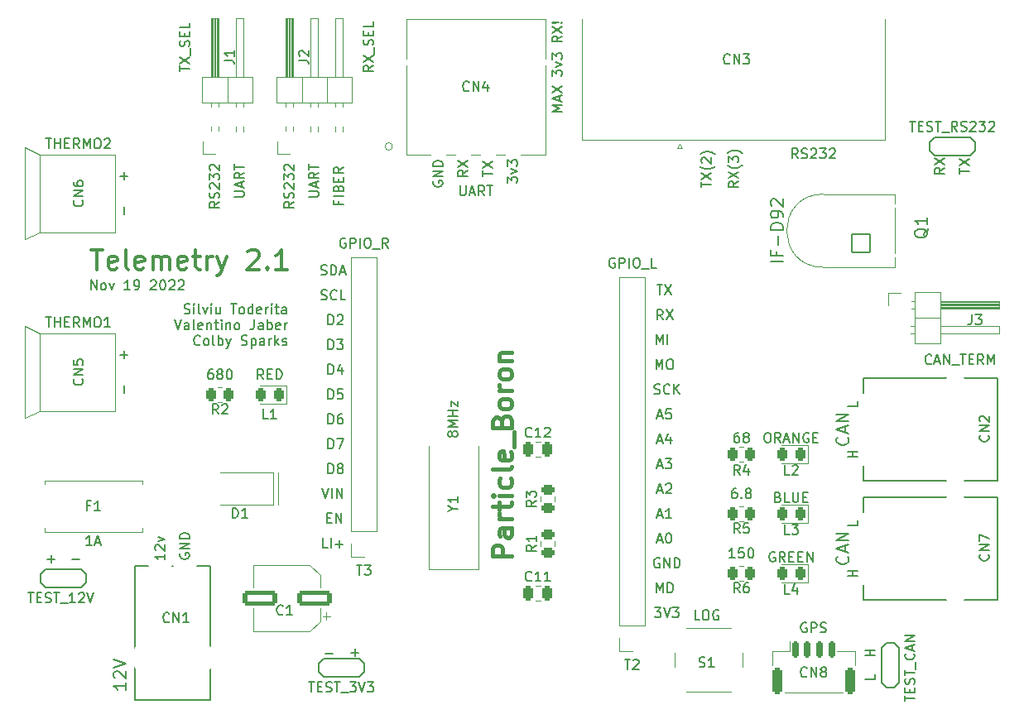
<source format=gto>
%TF.GenerationSoftware,KiCad,Pcbnew,(6.0.7-1)-1*%
%TF.CreationDate,2022-11-19T18:21:17-08:00*%
%TF.ProjectId,telemetry-pcb,74656c65-6d65-4747-9279-2d7063622e6b,rev?*%
%TF.SameCoordinates,Original*%
%TF.FileFunction,Legend,Top*%
%TF.FilePolarity,Positive*%
%FSLAX46Y46*%
G04 Gerber Fmt 4.6, Leading zero omitted, Abs format (unit mm)*
G04 Created by KiCad (PCBNEW (6.0.7-1)-1) date 2022-11-19 18:21:17*
%MOMM*%
%LPD*%
G01*
G04 APERTURE LIST*
G04 Aperture macros list*
%AMRoundRect*
0 Rectangle with rounded corners*
0 $1 Rounding radius*
0 $2 $3 $4 $5 $6 $7 $8 $9 X,Y pos of 4 corners*
0 Add a 4 corners polygon primitive as box body*
4,1,4,$2,$3,$4,$5,$6,$7,$8,$9,$2,$3,0*
0 Add four circle primitives for the rounded corners*
1,1,$1+$1,$2,$3*
1,1,$1+$1,$4,$5*
1,1,$1+$1,$6,$7*
1,1,$1+$1,$8,$9*
0 Add four rect primitives between the rounded corners*
20,1,$1+$1,$2,$3,$4,$5,0*
20,1,$1+$1,$4,$5,$6,$7,0*
20,1,$1+$1,$6,$7,$8,$9,0*
20,1,$1+$1,$8,$9,$2,$3,0*%
G04 Aperture macros list end*
%ADD10C,0.150000*%
%ADD11C,0.300000*%
%ADD12C,0.400000*%
%ADD13C,0.120000*%
%ADD14C,0.101600*%
%ADD15RoundRect,0.250000X-0.250000X-0.475000X0.250000X-0.475000X0.250000X0.475000X-0.250000X0.475000X0*%
%ADD16C,2.000000*%
%ADD17RoundRect,0.243750X0.243750X0.456250X-0.243750X0.456250X-0.243750X-0.456250X0.243750X-0.456250X0*%
%ADD18RoundRect,0.249999X-0.262501X-0.450001X0.262501X-0.450001X0.262501X0.450001X-0.262501X0.450001X0*%
%ADD19RoundRect,0.249999X0.262501X0.450001X-0.262501X0.450001X-0.262501X-0.450001X0.262501X-0.450001X0*%
%ADD20C,1.400000*%
%ADD21R,1.700000X1.700000*%
%ADD22O,1.700000X1.700000*%
%ADD23R,2.000000X4.500000*%
%ADD24C,3.556000*%
%ADD25C,1.524000*%
%ADD26RoundRect,0.250000X1.500000X0.550000X-1.500000X0.550000X-1.500000X-0.550000X1.500000X-0.550000X0*%
%ADD27C,3.400000*%
%ADD28R,1.690000X1.690000*%
%ADD29C,1.690000*%
%ADD30C,3.454400*%
%ADD31C,1.676400*%
%ADD32R,2.500000X1.800000*%
%ADD33R,4.241800X3.810000*%
%ADD34C,4.000000*%
%ADD35C,3.300000*%
%ADD36RoundRect,0.101600X-0.939800X0.939800X-0.939800X-0.939800X0.939800X-0.939800X0.939800X0.939800X0*%
%ADD37C,2.082800*%
%ADD38RoundRect,0.249999X0.450001X-0.262501X0.450001X0.262501X-0.450001X0.262501X-0.450001X-0.262501X0*%
%ADD39RoundRect,0.150000X-0.150000X-0.700000X0.150000X-0.700000X0.150000X0.700000X-0.150000X0.700000X0*%
%ADD40RoundRect,0.250000X-0.250000X-1.100000X0.250000X-1.100000X0.250000X1.100000X-0.250000X1.100000X0*%
%ADD41R,1.600000X1.600000*%
%ADD42C,1.600000*%
G04 APERTURE END LIST*
D10*
X106355233Y-85218261D02*
X106498090Y-85265880D01*
X106736185Y-85265880D01*
X106831423Y-85218261D01*
X106879042Y-85170642D01*
X106926661Y-85075404D01*
X106926661Y-84980166D01*
X106879042Y-84884928D01*
X106831423Y-84837309D01*
X106736185Y-84789690D01*
X106545709Y-84742071D01*
X106450471Y-84694452D01*
X106402852Y-84646833D01*
X106355233Y-84551595D01*
X106355233Y-84456357D01*
X106402852Y-84361119D01*
X106450471Y-84313500D01*
X106545709Y-84265880D01*
X106783804Y-84265880D01*
X106926661Y-84313500D01*
X107355233Y-85265880D02*
X107355233Y-84599214D01*
X107355233Y-84265880D02*
X107307614Y-84313500D01*
X107355233Y-84361119D01*
X107402852Y-84313500D01*
X107355233Y-84265880D01*
X107355233Y-84361119D01*
X107974280Y-85265880D02*
X107879042Y-85218261D01*
X107831423Y-85123023D01*
X107831423Y-84265880D01*
X108259995Y-84599214D02*
X108498090Y-85265880D01*
X108736185Y-84599214D01*
X109117138Y-85265880D02*
X109117138Y-84599214D01*
X109117138Y-84265880D02*
X109069519Y-84313500D01*
X109117138Y-84361119D01*
X109164757Y-84313500D01*
X109117138Y-84265880D01*
X109117138Y-84361119D01*
X110021899Y-84599214D02*
X110021899Y-85265880D01*
X109593328Y-84599214D02*
X109593328Y-85123023D01*
X109640947Y-85218261D01*
X109736185Y-85265880D01*
X109879042Y-85265880D01*
X109974280Y-85218261D01*
X110021899Y-85170642D01*
X111117138Y-84265880D02*
X111688566Y-84265880D01*
X111402852Y-85265880D02*
X111402852Y-84265880D01*
X112164757Y-85265880D02*
X112069519Y-85218261D01*
X112021899Y-85170642D01*
X111974280Y-85075404D01*
X111974280Y-84789690D01*
X112021899Y-84694452D01*
X112069519Y-84646833D01*
X112164757Y-84599214D01*
X112307614Y-84599214D01*
X112402852Y-84646833D01*
X112450471Y-84694452D01*
X112498090Y-84789690D01*
X112498090Y-85075404D01*
X112450471Y-85170642D01*
X112402852Y-85218261D01*
X112307614Y-85265880D01*
X112164757Y-85265880D01*
X113355233Y-85265880D02*
X113355233Y-84265880D01*
X113355233Y-85218261D02*
X113259995Y-85265880D01*
X113069519Y-85265880D01*
X112974280Y-85218261D01*
X112926661Y-85170642D01*
X112879042Y-85075404D01*
X112879042Y-84789690D01*
X112926661Y-84694452D01*
X112974280Y-84646833D01*
X113069519Y-84599214D01*
X113259995Y-84599214D01*
X113355233Y-84646833D01*
X114212376Y-85218261D02*
X114117138Y-85265880D01*
X113926661Y-85265880D01*
X113831423Y-85218261D01*
X113783804Y-85123023D01*
X113783804Y-84742071D01*
X113831423Y-84646833D01*
X113926661Y-84599214D01*
X114117138Y-84599214D01*
X114212376Y-84646833D01*
X114259995Y-84742071D01*
X114259995Y-84837309D01*
X113783804Y-84932547D01*
X114688566Y-85265880D02*
X114688566Y-84599214D01*
X114688566Y-84789690D02*
X114736185Y-84694452D01*
X114783804Y-84646833D01*
X114879042Y-84599214D01*
X114974280Y-84599214D01*
X115307614Y-85265880D02*
X115307614Y-84599214D01*
X115307614Y-84265880D02*
X115259995Y-84313500D01*
X115307614Y-84361119D01*
X115355233Y-84313500D01*
X115307614Y-84265880D01*
X115307614Y-84361119D01*
X115640947Y-84599214D02*
X116021899Y-84599214D01*
X115783804Y-84265880D02*
X115783804Y-85123023D01*
X115831423Y-85218261D01*
X115926661Y-85265880D01*
X116021899Y-85265880D01*
X116783804Y-85265880D02*
X116783804Y-84742071D01*
X116736185Y-84646833D01*
X116640947Y-84599214D01*
X116450471Y-84599214D01*
X116355233Y-84646833D01*
X116783804Y-85218261D02*
X116688566Y-85265880D01*
X116450471Y-85265880D01*
X116355233Y-85218261D01*
X116307614Y-85123023D01*
X116307614Y-85027785D01*
X116355233Y-84932547D01*
X116450471Y-84884928D01*
X116688566Y-84884928D01*
X116783804Y-84837309D01*
X105402852Y-85875880D02*
X105736185Y-86875880D01*
X106069519Y-85875880D01*
X106831423Y-86875880D02*
X106831423Y-86352071D01*
X106783804Y-86256833D01*
X106688566Y-86209214D01*
X106498090Y-86209214D01*
X106402852Y-86256833D01*
X106831423Y-86828261D02*
X106736185Y-86875880D01*
X106498090Y-86875880D01*
X106402852Y-86828261D01*
X106355233Y-86733023D01*
X106355233Y-86637785D01*
X106402852Y-86542547D01*
X106498090Y-86494928D01*
X106736185Y-86494928D01*
X106831423Y-86447309D01*
X107450471Y-86875880D02*
X107355233Y-86828261D01*
X107307614Y-86733023D01*
X107307614Y-85875880D01*
X108212376Y-86828261D02*
X108117138Y-86875880D01*
X107926661Y-86875880D01*
X107831423Y-86828261D01*
X107783804Y-86733023D01*
X107783804Y-86352071D01*
X107831423Y-86256833D01*
X107926661Y-86209214D01*
X108117138Y-86209214D01*
X108212376Y-86256833D01*
X108259995Y-86352071D01*
X108259995Y-86447309D01*
X107783804Y-86542547D01*
X108688566Y-86209214D02*
X108688566Y-86875880D01*
X108688566Y-86304452D02*
X108736185Y-86256833D01*
X108831423Y-86209214D01*
X108974280Y-86209214D01*
X109069519Y-86256833D01*
X109117138Y-86352071D01*
X109117138Y-86875880D01*
X109450471Y-86209214D02*
X109831423Y-86209214D01*
X109593328Y-85875880D02*
X109593328Y-86733023D01*
X109640947Y-86828261D01*
X109736185Y-86875880D01*
X109831423Y-86875880D01*
X110164757Y-86875880D02*
X110164757Y-86209214D01*
X110164757Y-85875880D02*
X110117138Y-85923500D01*
X110164757Y-85971119D01*
X110212376Y-85923500D01*
X110164757Y-85875880D01*
X110164757Y-85971119D01*
X110640947Y-86209214D02*
X110640947Y-86875880D01*
X110640947Y-86304452D02*
X110688566Y-86256833D01*
X110783804Y-86209214D01*
X110926661Y-86209214D01*
X111021900Y-86256833D01*
X111069519Y-86352071D01*
X111069519Y-86875880D01*
X111688566Y-86875880D02*
X111593328Y-86828261D01*
X111545709Y-86780642D01*
X111498090Y-86685404D01*
X111498090Y-86399690D01*
X111545709Y-86304452D01*
X111593328Y-86256833D01*
X111688566Y-86209214D01*
X111831423Y-86209214D01*
X111926661Y-86256833D01*
X111974280Y-86304452D01*
X112021900Y-86399690D01*
X112021900Y-86685404D01*
X111974280Y-86780642D01*
X111926661Y-86828261D01*
X111831423Y-86875880D01*
X111688566Y-86875880D01*
X113498090Y-85875880D02*
X113498090Y-86590166D01*
X113450471Y-86733023D01*
X113355233Y-86828261D01*
X113212376Y-86875880D01*
X113117138Y-86875880D01*
X114402852Y-86875880D02*
X114402852Y-86352071D01*
X114355233Y-86256833D01*
X114259995Y-86209214D01*
X114069519Y-86209214D01*
X113974280Y-86256833D01*
X114402852Y-86828261D02*
X114307614Y-86875880D01*
X114069519Y-86875880D01*
X113974280Y-86828261D01*
X113926661Y-86733023D01*
X113926661Y-86637785D01*
X113974280Y-86542547D01*
X114069519Y-86494928D01*
X114307614Y-86494928D01*
X114402852Y-86447309D01*
X114879042Y-86875880D02*
X114879042Y-85875880D01*
X114879042Y-86256833D02*
X114974280Y-86209214D01*
X115164757Y-86209214D01*
X115259995Y-86256833D01*
X115307614Y-86304452D01*
X115355233Y-86399690D01*
X115355233Y-86685404D01*
X115307614Y-86780642D01*
X115259995Y-86828261D01*
X115164757Y-86875880D01*
X114974280Y-86875880D01*
X114879042Y-86828261D01*
X116164757Y-86828261D02*
X116069519Y-86875880D01*
X115879042Y-86875880D01*
X115783804Y-86828261D01*
X115736185Y-86733023D01*
X115736185Y-86352071D01*
X115783804Y-86256833D01*
X115879042Y-86209214D01*
X116069519Y-86209214D01*
X116164757Y-86256833D01*
X116212376Y-86352071D01*
X116212376Y-86447309D01*
X115736185Y-86542547D01*
X116640947Y-86875880D02*
X116640947Y-86209214D01*
X116640947Y-86399690D02*
X116688566Y-86304452D01*
X116736185Y-86256833D01*
X116831423Y-86209214D01*
X116926661Y-86209214D01*
X107974280Y-88390642D02*
X107926661Y-88438261D01*
X107783804Y-88485880D01*
X107688566Y-88485880D01*
X107545709Y-88438261D01*
X107450471Y-88343023D01*
X107402852Y-88247785D01*
X107355233Y-88057309D01*
X107355233Y-87914452D01*
X107402852Y-87723976D01*
X107450471Y-87628738D01*
X107545709Y-87533500D01*
X107688566Y-87485880D01*
X107783804Y-87485880D01*
X107926661Y-87533500D01*
X107974280Y-87581119D01*
X108545709Y-88485880D02*
X108450471Y-88438261D01*
X108402852Y-88390642D01*
X108355233Y-88295404D01*
X108355233Y-88009690D01*
X108402852Y-87914452D01*
X108450471Y-87866833D01*
X108545709Y-87819214D01*
X108688566Y-87819214D01*
X108783804Y-87866833D01*
X108831423Y-87914452D01*
X108879042Y-88009690D01*
X108879042Y-88295404D01*
X108831423Y-88390642D01*
X108783804Y-88438261D01*
X108688566Y-88485880D01*
X108545709Y-88485880D01*
X109450471Y-88485880D02*
X109355233Y-88438261D01*
X109307614Y-88343023D01*
X109307614Y-87485880D01*
X109831423Y-88485880D02*
X109831423Y-87485880D01*
X109831423Y-87866833D02*
X109926661Y-87819214D01*
X110117138Y-87819214D01*
X110212376Y-87866833D01*
X110259995Y-87914452D01*
X110307614Y-88009690D01*
X110307614Y-88295404D01*
X110259995Y-88390642D01*
X110212376Y-88438261D01*
X110117138Y-88485880D01*
X109926661Y-88485880D01*
X109831423Y-88438261D01*
X110640947Y-87819214D02*
X110879042Y-88485880D01*
X111117138Y-87819214D02*
X110879042Y-88485880D01*
X110783804Y-88723976D01*
X110736185Y-88771595D01*
X110640947Y-88819214D01*
X112212376Y-88438261D02*
X112355233Y-88485880D01*
X112593328Y-88485880D01*
X112688566Y-88438261D01*
X112736185Y-88390642D01*
X112783804Y-88295404D01*
X112783804Y-88200166D01*
X112736185Y-88104928D01*
X112688566Y-88057309D01*
X112593328Y-88009690D01*
X112402852Y-87962071D01*
X112307614Y-87914452D01*
X112259995Y-87866833D01*
X112212376Y-87771595D01*
X112212376Y-87676357D01*
X112259995Y-87581119D01*
X112307614Y-87533500D01*
X112402852Y-87485880D01*
X112640947Y-87485880D01*
X112783804Y-87533500D01*
X113212376Y-87819214D02*
X113212376Y-88819214D01*
X113212376Y-87866833D02*
X113307614Y-87819214D01*
X113498090Y-87819214D01*
X113593328Y-87866833D01*
X113640947Y-87914452D01*
X113688566Y-88009690D01*
X113688566Y-88295404D01*
X113640947Y-88390642D01*
X113593328Y-88438261D01*
X113498090Y-88485880D01*
X113307614Y-88485880D01*
X113212376Y-88438261D01*
X114545709Y-88485880D02*
X114545709Y-87962071D01*
X114498090Y-87866833D01*
X114402852Y-87819214D01*
X114212376Y-87819214D01*
X114117138Y-87866833D01*
X114545709Y-88438261D02*
X114450471Y-88485880D01*
X114212376Y-88485880D01*
X114117138Y-88438261D01*
X114069519Y-88343023D01*
X114069519Y-88247785D01*
X114117138Y-88152547D01*
X114212376Y-88104928D01*
X114450471Y-88104928D01*
X114545709Y-88057309D01*
X115021899Y-88485880D02*
X115021899Y-87819214D01*
X115021899Y-88009690D02*
X115069519Y-87914452D01*
X115117138Y-87866833D01*
X115212376Y-87819214D01*
X115307614Y-87819214D01*
X115640947Y-88485880D02*
X115640947Y-87485880D01*
X115736185Y-88104928D02*
X116021900Y-88485880D01*
X116021900Y-87819214D02*
X115640947Y-88200166D01*
X116402852Y-88438261D02*
X116498090Y-88485880D01*
X116688566Y-88485880D01*
X116783804Y-88438261D01*
X116831423Y-88343023D01*
X116831423Y-88295404D01*
X116783804Y-88200166D01*
X116688566Y-88152547D01*
X116545709Y-88152547D01*
X116450471Y-88104928D01*
X116402852Y-88009690D01*
X116402852Y-87962071D01*
X116450471Y-87866833D01*
X116545709Y-87819214D01*
X116688566Y-87819214D01*
X116783804Y-87866833D01*
X96825304Y-82811880D02*
X96825304Y-81811880D01*
X97396733Y-82811880D01*
X97396733Y-81811880D01*
X98015780Y-82811880D02*
X97920542Y-82764261D01*
X97872923Y-82716642D01*
X97825304Y-82621404D01*
X97825304Y-82335690D01*
X97872923Y-82240452D01*
X97920542Y-82192833D01*
X98015780Y-82145214D01*
X98158638Y-82145214D01*
X98253876Y-82192833D01*
X98301495Y-82240452D01*
X98349114Y-82335690D01*
X98349114Y-82621404D01*
X98301495Y-82716642D01*
X98253876Y-82764261D01*
X98158638Y-82811880D01*
X98015780Y-82811880D01*
X98682447Y-82145214D02*
X98920542Y-82811880D01*
X99158638Y-82145214D01*
X100825304Y-82811880D02*
X100253876Y-82811880D01*
X100539590Y-82811880D02*
X100539590Y-81811880D01*
X100444352Y-81954738D01*
X100349114Y-82049976D01*
X100253876Y-82097595D01*
X101301495Y-82811880D02*
X101491971Y-82811880D01*
X101587209Y-82764261D01*
X101634828Y-82716642D01*
X101730066Y-82573785D01*
X101777685Y-82383309D01*
X101777685Y-82002357D01*
X101730066Y-81907119D01*
X101682447Y-81859500D01*
X101587209Y-81811880D01*
X101396733Y-81811880D01*
X101301495Y-81859500D01*
X101253876Y-81907119D01*
X101206257Y-82002357D01*
X101206257Y-82240452D01*
X101253876Y-82335690D01*
X101301495Y-82383309D01*
X101396733Y-82430928D01*
X101587209Y-82430928D01*
X101682447Y-82383309D01*
X101730066Y-82335690D01*
X101777685Y-82240452D01*
X102920542Y-81907119D02*
X102968161Y-81859500D01*
X103063400Y-81811880D01*
X103301495Y-81811880D01*
X103396733Y-81859500D01*
X103444352Y-81907119D01*
X103491971Y-82002357D01*
X103491971Y-82097595D01*
X103444352Y-82240452D01*
X102872923Y-82811880D01*
X103491971Y-82811880D01*
X104111019Y-81811880D02*
X104206257Y-81811880D01*
X104301495Y-81859500D01*
X104349114Y-81907119D01*
X104396733Y-82002357D01*
X104444352Y-82192833D01*
X104444352Y-82430928D01*
X104396733Y-82621404D01*
X104349114Y-82716642D01*
X104301495Y-82764261D01*
X104206257Y-82811880D01*
X104111019Y-82811880D01*
X104015780Y-82764261D01*
X103968161Y-82716642D01*
X103920542Y-82621404D01*
X103872923Y-82430928D01*
X103872923Y-82192833D01*
X103920542Y-82002357D01*
X103968161Y-81907119D01*
X104015780Y-81859500D01*
X104111019Y-81811880D01*
X104825304Y-81907119D02*
X104872923Y-81859500D01*
X104968161Y-81811880D01*
X105206257Y-81811880D01*
X105301495Y-81859500D01*
X105349114Y-81907119D01*
X105396733Y-82002357D01*
X105396733Y-82097595D01*
X105349114Y-82240452D01*
X104777685Y-82811880D01*
X105396733Y-82811880D01*
X105777685Y-81907119D02*
X105825304Y-81859500D01*
X105920542Y-81811880D01*
X106158638Y-81811880D01*
X106253876Y-81859500D01*
X106301495Y-81907119D01*
X106349114Y-82002357D01*
X106349114Y-82097595D01*
X106301495Y-82240452D01*
X105730066Y-82811880D01*
X106349114Y-82811880D01*
D11*
X96864161Y-78724261D02*
X98007019Y-78724261D01*
X97435590Y-80724261D02*
X97435590Y-78724261D01*
X99435590Y-80629023D02*
X99245114Y-80724261D01*
X98864161Y-80724261D01*
X98673685Y-80629023D01*
X98578447Y-80438547D01*
X98578447Y-79676642D01*
X98673685Y-79486166D01*
X98864161Y-79390928D01*
X99245114Y-79390928D01*
X99435590Y-79486166D01*
X99530828Y-79676642D01*
X99530828Y-79867119D01*
X98578447Y-80057595D01*
X100673685Y-80724261D02*
X100483209Y-80629023D01*
X100387971Y-80438547D01*
X100387971Y-78724261D01*
X102197495Y-80629023D02*
X102007019Y-80724261D01*
X101626066Y-80724261D01*
X101435590Y-80629023D01*
X101340352Y-80438547D01*
X101340352Y-79676642D01*
X101435590Y-79486166D01*
X101626066Y-79390928D01*
X102007019Y-79390928D01*
X102197495Y-79486166D01*
X102292733Y-79676642D01*
X102292733Y-79867119D01*
X101340352Y-80057595D01*
X103149876Y-80724261D02*
X103149876Y-79390928D01*
X103149876Y-79581404D02*
X103245114Y-79486166D01*
X103435590Y-79390928D01*
X103721304Y-79390928D01*
X103911780Y-79486166D01*
X104007019Y-79676642D01*
X104007019Y-80724261D01*
X104007019Y-79676642D02*
X104102257Y-79486166D01*
X104292733Y-79390928D01*
X104578447Y-79390928D01*
X104768923Y-79486166D01*
X104864161Y-79676642D01*
X104864161Y-80724261D01*
X106578447Y-80629023D02*
X106387971Y-80724261D01*
X106007019Y-80724261D01*
X105816542Y-80629023D01*
X105721304Y-80438547D01*
X105721304Y-79676642D01*
X105816542Y-79486166D01*
X106007019Y-79390928D01*
X106387971Y-79390928D01*
X106578447Y-79486166D01*
X106673685Y-79676642D01*
X106673685Y-79867119D01*
X105721304Y-80057595D01*
X107245114Y-79390928D02*
X108007019Y-79390928D01*
X107530828Y-78724261D02*
X107530828Y-80438547D01*
X107626066Y-80629023D01*
X107816542Y-80724261D01*
X108007019Y-80724261D01*
X108673685Y-80724261D02*
X108673685Y-79390928D01*
X108673685Y-79771880D02*
X108768923Y-79581404D01*
X108864161Y-79486166D01*
X109054638Y-79390928D01*
X109245114Y-79390928D01*
X109721304Y-79390928D02*
X110197495Y-80724261D01*
X110673685Y-79390928D02*
X110197495Y-80724261D01*
X110007019Y-81200452D01*
X109911780Y-81295690D01*
X109721304Y-81390928D01*
X112864161Y-78914738D02*
X112959400Y-78819500D01*
X113149876Y-78724261D01*
X113626066Y-78724261D01*
X113816542Y-78819500D01*
X113911780Y-78914738D01*
X114007019Y-79105214D01*
X114007019Y-79295690D01*
X113911780Y-79581404D01*
X112768923Y-80724261D01*
X114007019Y-80724261D01*
X114864161Y-80533785D02*
X114959400Y-80629023D01*
X114864161Y-80724261D01*
X114768923Y-80629023D01*
X114864161Y-80533785D01*
X114864161Y-80724261D01*
X116864161Y-80724261D02*
X115721304Y-80724261D01*
X116292733Y-80724261D02*
X116292733Y-78724261D01*
X116102257Y-79009976D01*
X115911780Y-79200452D01*
X115721304Y-79295690D01*
D10*
X141876542Y-112532642D02*
X141828923Y-112580261D01*
X141686066Y-112627880D01*
X141590828Y-112627880D01*
X141447971Y-112580261D01*
X141352733Y-112485023D01*
X141305114Y-112389785D01*
X141257495Y-112199309D01*
X141257495Y-112056452D01*
X141305114Y-111865976D01*
X141352733Y-111770738D01*
X141447971Y-111675500D01*
X141590828Y-111627880D01*
X141686066Y-111627880D01*
X141828923Y-111675500D01*
X141876542Y-111723119D01*
X142828923Y-112627880D02*
X142257495Y-112627880D01*
X142543209Y-112627880D02*
X142543209Y-111627880D01*
X142447971Y-111770738D01*
X142352733Y-111865976D01*
X142257495Y-111913595D01*
X143781304Y-112627880D02*
X143209876Y-112627880D01*
X143495590Y-112627880D02*
X143495590Y-111627880D01*
X143400352Y-111770738D01*
X143305114Y-111865976D01*
X143209876Y-111913595D01*
X141876542Y-97800642D02*
X141828923Y-97848261D01*
X141686066Y-97895880D01*
X141590828Y-97895880D01*
X141447971Y-97848261D01*
X141352733Y-97753023D01*
X141305114Y-97657785D01*
X141257495Y-97467309D01*
X141257495Y-97324452D01*
X141305114Y-97133976D01*
X141352733Y-97038738D01*
X141447971Y-96943500D01*
X141590828Y-96895880D01*
X141686066Y-96895880D01*
X141828923Y-96943500D01*
X141876542Y-96991119D01*
X142828923Y-97895880D02*
X142257495Y-97895880D01*
X142543209Y-97895880D02*
X142543209Y-96895880D01*
X142447971Y-97038738D01*
X142352733Y-97133976D01*
X142257495Y-97181595D01*
X143209876Y-96991119D02*
X143257495Y-96943500D01*
X143352733Y-96895880D01*
X143590828Y-96895880D01*
X143686066Y-96943500D01*
X143733685Y-96991119D01*
X143781304Y-97086357D01*
X143781304Y-97181595D01*
X143733685Y-97324452D01*
X143162257Y-97895880D01*
X143781304Y-97895880D01*
X95926542Y-91939976D02*
X95974161Y-91987595D01*
X96021780Y-92130452D01*
X96021780Y-92225690D01*
X95974161Y-92368547D01*
X95878923Y-92463785D01*
X95783685Y-92511404D01*
X95593209Y-92559023D01*
X95450352Y-92559023D01*
X95259876Y-92511404D01*
X95164638Y-92463785D01*
X95069400Y-92368547D01*
X95021780Y-92225690D01*
X95021780Y-92130452D01*
X95069400Y-91987595D01*
X95117019Y-91939976D01*
X96021780Y-91511404D02*
X95021780Y-91511404D01*
X96021780Y-90939976D01*
X95021780Y-90939976D01*
X95021780Y-89987595D02*
X95021780Y-90463785D01*
X95497971Y-90511404D01*
X95450352Y-90463785D01*
X95402733Y-90368547D01*
X95402733Y-90130452D01*
X95450352Y-90035214D01*
X95497971Y-89987595D01*
X95593209Y-89939976D01*
X95831304Y-89939976D01*
X95926542Y-89987595D01*
X95974161Y-90035214D01*
X96021780Y-90130452D01*
X96021780Y-90368547D01*
X95974161Y-90463785D01*
X95926542Y-90511404D01*
X92196066Y-85621880D02*
X92767495Y-85621880D01*
X92481780Y-86621880D02*
X92481780Y-85621880D01*
X93100828Y-86621880D02*
X93100828Y-85621880D01*
X93100828Y-86098071D02*
X93672257Y-86098071D01*
X93672257Y-86621880D02*
X93672257Y-85621880D01*
X94148447Y-86098071D02*
X94481780Y-86098071D01*
X94624638Y-86621880D02*
X94148447Y-86621880D01*
X94148447Y-85621880D01*
X94624638Y-85621880D01*
X95624638Y-86621880D02*
X95291304Y-86145690D01*
X95053209Y-86621880D02*
X95053209Y-85621880D01*
X95434161Y-85621880D01*
X95529400Y-85669500D01*
X95577019Y-85717119D01*
X95624638Y-85812357D01*
X95624638Y-85955214D01*
X95577019Y-86050452D01*
X95529400Y-86098071D01*
X95434161Y-86145690D01*
X95053209Y-86145690D01*
X96053209Y-86621880D02*
X96053209Y-85621880D01*
X96386542Y-86336166D01*
X96719876Y-85621880D01*
X96719876Y-86621880D01*
X97386542Y-85621880D02*
X97577019Y-85621880D01*
X97672257Y-85669500D01*
X97767495Y-85764738D01*
X97815114Y-85955214D01*
X97815114Y-86288547D01*
X97767495Y-86479023D01*
X97672257Y-86574261D01*
X97577019Y-86621880D01*
X97386542Y-86621880D01*
X97291304Y-86574261D01*
X97196066Y-86479023D01*
X97148447Y-86288547D01*
X97148447Y-85955214D01*
X97196066Y-85764738D01*
X97291304Y-85669500D01*
X97386542Y-85621880D01*
X98767495Y-86621880D02*
X98196066Y-86621880D01*
X98481780Y-86621880D02*
X98481780Y-85621880D01*
X98386542Y-85764738D01*
X98291304Y-85859976D01*
X98196066Y-85907595D01*
X100172828Y-93408452D02*
X100172828Y-92646547D01*
X100172828Y-89852452D02*
X100172828Y-89090547D01*
X100553780Y-89471500D02*
X99791876Y-89471500D01*
X95926542Y-73651976D02*
X95974161Y-73699595D01*
X96021780Y-73842452D01*
X96021780Y-73937690D01*
X95974161Y-74080547D01*
X95878923Y-74175785D01*
X95783685Y-74223404D01*
X95593209Y-74271023D01*
X95450352Y-74271023D01*
X95259876Y-74223404D01*
X95164638Y-74175785D01*
X95069400Y-74080547D01*
X95021780Y-73937690D01*
X95021780Y-73842452D01*
X95069400Y-73699595D01*
X95117019Y-73651976D01*
X96021780Y-73223404D02*
X95021780Y-73223404D01*
X96021780Y-72651976D01*
X95021780Y-72651976D01*
X95021780Y-71747214D02*
X95021780Y-71937690D01*
X95069400Y-72032928D01*
X95117019Y-72080547D01*
X95259876Y-72175785D01*
X95450352Y-72223404D01*
X95831304Y-72223404D01*
X95926542Y-72175785D01*
X95974161Y-72128166D01*
X96021780Y-72032928D01*
X96021780Y-71842452D01*
X95974161Y-71747214D01*
X95926542Y-71699595D01*
X95831304Y-71651976D01*
X95593209Y-71651976D01*
X95497971Y-71699595D01*
X95450352Y-71747214D01*
X95402733Y-71842452D01*
X95402733Y-72032928D01*
X95450352Y-72128166D01*
X95497971Y-72175785D01*
X95593209Y-72223404D01*
X92196066Y-67333880D02*
X92767495Y-67333880D01*
X92481780Y-68333880D02*
X92481780Y-67333880D01*
X93100828Y-68333880D02*
X93100828Y-67333880D01*
X93100828Y-67810071D02*
X93672257Y-67810071D01*
X93672257Y-68333880D02*
X93672257Y-67333880D01*
X94148447Y-67810071D02*
X94481780Y-67810071D01*
X94624638Y-68333880D02*
X94148447Y-68333880D01*
X94148447Y-67333880D01*
X94624638Y-67333880D01*
X95624638Y-68333880D02*
X95291304Y-67857690D01*
X95053209Y-68333880D02*
X95053209Y-67333880D01*
X95434161Y-67333880D01*
X95529400Y-67381500D01*
X95577019Y-67429119D01*
X95624638Y-67524357D01*
X95624638Y-67667214D01*
X95577019Y-67762452D01*
X95529400Y-67810071D01*
X95434161Y-67857690D01*
X95053209Y-67857690D01*
X96053209Y-68333880D02*
X96053209Y-67333880D01*
X96386542Y-68048166D01*
X96719876Y-67333880D01*
X96719876Y-68333880D01*
X97386542Y-67333880D02*
X97577019Y-67333880D01*
X97672257Y-67381500D01*
X97767495Y-67476738D01*
X97815114Y-67667214D01*
X97815114Y-68000547D01*
X97767495Y-68191023D01*
X97672257Y-68286261D01*
X97577019Y-68333880D01*
X97386542Y-68333880D01*
X97291304Y-68286261D01*
X97196066Y-68191023D01*
X97148447Y-68000547D01*
X97148447Y-67667214D01*
X97196066Y-67476738D01*
X97291304Y-67381500D01*
X97386542Y-67333880D01*
X98196066Y-67429119D02*
X98243685Y-67381500D01*
X98338923Y-67333880D01*
X98577019Y-67333880D01*
X98672257Y-67381500D01*
X98719876Y-67429119D01*
X98767495Y-67524357D01*
X98767495Y-67619595D01*
X98719876Y-67762452D01*
X98148447Y-68333880D01*
X98767495Y-68333880D01*
X100172828Y-71564452D02*
X100172828Y-70802547D01*
X100553780Y-71183500D02*
X99791876Y-71183500D01*
X100172828Y-75120452D02*
X100172828Y-74358547D01*
X168260733Y-113925880D02*
X167784542Y-113925880D01*
X167784542Y-112925880D01*
X169022638Y-113259214D02*
X169022638Y-113925880D01*
X168784542Y-112878261D02*
X168546447Y-113592547D01*
X169165495Y-113592547D01*
X166760733Y-109673500D02*
X166665495Y-109625880D01*
X166522638Y-109625880D01*
X166379780Y-109673500D01*
X166284542Y-109768738D01*
X166236923Y-109863976D01*
X166189304Y-110054452D01*
X166189304Y-110197309D01*
X166236923Y-110387785D01*
X166284542Y-110483023D01*
X166379780Y-110578261D01*
X166522638Y-110625880D01*
X166617876Y-110625880D01*
X166760733Y-110578261D01*
X166808352Y-110530642D01*
X166808352Y-110197309D01*
X166617876Y-110197309D01*
X167808352Y-110625880D02*
X167475019Y-110149690D01*
X167236923Y-110625880D02*
X167236923Y-109625880D01*
X167617876Y-109625880D01*
X167713114Y-109673500D01*
X167760733Y-109721119D01*
X167808352Y-109816357D01*
X167808352Y-109959214D01*
X167760733Y-110054452D01*
X167713114Y-110102071D01*
X167617876Y-110149690D01*
X167236923Y-110149690D01*
X168236923Y-110102071D02*
X168570257Y-110102071D01*
X168713114Y-110625880D02*
X168236923Y-110625880D01*
X168236923Y-109625880D01*
X168713114Y-109625880D01*
X169141685Y-110102071D02*
X169475019Y-110102071D01*
X169617876Y-110625880D02*
X169141685Y-110625880D01*
X169141685Y-109625880D01*
X169617876Y-109625880D01*
X170046447Y-110625880D02*
X170046447Y-109625880D01*
X170617876Y-110625880D01*
X170617876Y-109625880D01*
X168260733Y-107829880D02*
X167784542Y-107829880D01*
X167784542Y-106829880D01*
X168498828Y-106829880D02*
X169117876Y-106829880D01*
X168784542Y-107210833D01*
X168927400Y-107210833D01*
X169022638Y-107258452D01*
X169070257Y-107306071D01*
X169117876Y-107401309D01*
X169117876Y-107639404D01*
X169070257Y-107734642D01*
X169022638Y-107782261D01*
X168927400Y-107829880D01*
X168641685Y-107829880D01*
X168546447Y-107782261D01*
X168498828Y-107734642D01*
X167117876Y-104006071D02*
X167260733Y-104053690D01*
X167308352Y-104101309D01*
X167355971Y-104196547D01*
X167355971Y-104339404D01*
X167308352Y-104434642D01*
X167260733Y-104482261D01*
X167165495Y-104529880D01*
X166784542Y-104529880D01*
X166784542Y-103529880D01*
X167117876Y-103529880D01*
X167213114Y-103577500D01*
X167260733Y-103625119D01*
X167308352Y-103720357D01*
X167308352Y-103815595D01*
X167260733Y-103910833D01*
X167213114Y-103958452D01*
X167117876Y-104006071D01*
X166784542Y-104006071D01*
X168260733Y-104529880D02*
X167784542Y-104529880D01*
X167784542Y-103529880D01*
X168594066Y-103529880D02*
X168594066Y-104339404D01*
X168641685Y-104434642D01*
X168689304Y-104482261D01*
X168784542Y-104529880D01*
X168975019Y-104529880D01*
X169070257Y-104482261D01*
X169117876Y-104434642D01*
X169165495Y-104339404D01*
X169165495Y-103529880D01*
X169641685Y-104006071D02*
X169975019Y-104006071D01*
X170117876Y-104529880D02*
X169641685Y-104529880D01*
X169641685Y-103529880D01*
X170117876Y-103529880D01*
X168260733Y-101733880D02*
X167784542Y-101733880D01*
X167784542Y-100733880D01*
X168546447Y-100829119D02*
X168594066Y-100781500D01*
X168689304Y-100733880D01*
X168927400Y-100733880D01*
X169022638Y-100781500D01*
X169070257Y-100829119D01*
X169117876Y-100924357D01*
X169117876Y-101019595D01*
X169070257Y-101162452D01*
X168498828Y-101733880D01*
X169117876Y-101733880D01*
X165927400Y-97433880D02*
X166117876Y-97433880D01*
X166213114Y-97481500D01*
X166308352Y-97576738D01*
X166355971Y-97767214D01*
X166355971Y-98100547D01*
X166308352Y-98291023D01*
X166213114Y-98386261D01*
X166117876Y-98433880D01*
X165927400Y-98433880D01*
X165832161Y-98386261D01*
X165736923Y-98291023D01*
X165689304Y-98100547D01*
X165689304Y-97767214D01*
X165736923Y-97576738D01*
X165832161Y-97481500D01*
X165927400Y-97433880D01*
X167355971Y-98433880D02*
X167022638Y-97957690D01*
X166784542Y-98433880D02*
X166784542Y-97433880D01*
X167165495Y-97433880D01*
X167260733Y-97481500D01*
X167308352Y-97529119D01*
X167355971Y-97624357D01*
X167355971Y-97767214D01*
X167308352Y-97862452D01*
X167260733Y-97910071D01*
X167165495Y-97957690D01*
X166784542Y-97957690D01*
X167736923Y-98148166D02*
X168213114Y-98148166D01*
X167641685Y-98433880D02*
X167975019Y-97433880D01*
X168308352Y-98433880D01*
X168641685Y-98433880D02*
X168641685Y-97433880D01*
X169213114Y-98433880D01*
X169213114Y-97433880D01*
X170213114Y-97481500D02*
X170117876Y-97433880D01*
X169975019Y-97433880D01*
X169832161Y-97481500D01*
X169736923Y-97576738D01*
X169689304Y-97671976D01*
X169641685Y-97862452D01*
X169641685Y-98005309D01*
X169689304Y-98195785D01*
X169736923Y-98291023D01*
X169832161Y-98386261D01*
X169975019Y-98433880D01*
X170070257Y-98433880D01*
X170213114Y-98386261D01*
X170260733Y-98338642D01*
X170260733Y-98005309D01*
X170070257Y-98005309D01*
X170689304Y-97910071D02*
X171022638Y-97910071D01*
X171165495Y-98433880D02*
X170689304Y-98433880D01*
X170689304Y-97433880D01*
X171165495Y-97433880D01*
X163180733Y-113799880D02*
X162847400Y-113323690D01*
X162609304Y-113799880D02*
X162609304Y-112799880D01*
X162990257Y-112799880D01*
X163085495Y-112847500D01*
X163133114Y-112895119D01*
X163180733Y-112990357D01*
X163180733Y-113133214D01*
X163133114Y-113228452D01*
X163085495Y-113276071D01*
X162990257Y-113323690D01*
X162609304Y-113323690D01*
X164037876Y-112799880D02*
X163847400Y-112799880D01*
X163752161Y-112847500D01*
X163704542Y-112895119D01*
X163609304Y-113037976D01*
X163561685Y-113228452D01*
X163561685Y-113609404D01*
X163609304Y-113704642D01*
X163656923Y-113752261D01*
X163752161Y-113799880D01*
X163942638Y-113799880D01*
X164037876Y-113752261D01*
X164085495Y-113704642D01*
X164133114Y-113609404D01*
X164133114Y-113371309D01*
X164085495Y-113276071D01*
X164037876Y-113228452D01*
X163942638Y-113180833D01*
X163752161Y-113180833D01*
X163656923Y-113228452D01*
X163609304Y-113276071D01*
X163561685Y-113371309D01*
X162680733Y-110243880D02*
X162109304Y-110243880D01*
X162395019Y-110243880D02*
X162395019Y-109243880D01*
X162299780Y-109386738D01*
X162204542Y-109481976D01*
X162109304Y-109529595D01*
X163585495Y-109243880D02*
X163109304Y-109243880D01*
X163061685Y-109720071D01*
X163109304Y-109672452D01*
X163204542Y-109624833D01*
X163442638Y-109624833D01*
X163537876Y-109672452D01*
X163585495Y-109720071D01*
X163633114Y-109815309D01*
X163633114Y-110053404D01*
X163585495Y-110148642D01*
X163537876Y-110196261D01*
X163442638Y-110243880D01*
X163204542Y-110243880D01*
X163109304Y-110196261D01*
X163061685Y-110148642D01*
X164252161Y-109243880D02*
X164347400Y-109243880D01*
X164442638Y-109291500D01*
X164490257Y-109339119D01*
X164537876Y-109434357D01*
X164585495Y-109624833D01*
X164585495Y-109862928D01*
X164537876Y-110053404D01*
X164490257Y-110148642D01*
X164442638Y-110196261D01*
X164347400Y-110243880D01*
X164252161Y-110243880D01*
X164156923Y-110196261D01*
X164109304Y-110148642D01*
X164061685Y-110053404D01*
X164014066Y-109862928D01*
X164014066Y-109624833D01*
X164061685Y-109434357D01*
X164109304Y-109339119D01*
X164156923Y-109291500D01*
X164252161Y-109243880D01*
X163180733Y-107703880D02*
X162847400Y-107227690D01*
X162609304Y-107703880D02*
X162609304Y-106703880D01*
X162990257Y-106703880D01*
X163085495Y-106751500D01*
X163133114Y-106799119D01*
X163180733Y-106894357D01*
X163180733Y-107037214D01*
X163133114Y-107132452D01*
X163085495Y-107180071D01*
X162990257Y-107227690D01*
X162609304Y-107227690D01*
X164085495Y-106703880D02*
X163609304Y-106703880D01*
X163561685Y-107180071D01*
X163609304Y-107132452D01*
X163704542Y-107084833D01*
X163942638Y-107084833D01*
X164037876Y-107132452D01*
X164085495Y-107180071D01*
X164133114Y-107275309D01*
X164133114Y-107513404D01*
X164085495Y-107608642D01*
X164037876Y-107656261D01*
X163942638Y-107703880D01*
X163704542Y-107703880D01*
X163609304Y-107656261D01*
X163561685Y-107608642D01*
X162823590Y-103147880D02*
X162633114Y-103147880D01*
X162537876Y-103195500D01*
X162490257Y-103243119D01*
X162395019Y-103385976D01*
X162347400Y-103576452D01*
X162347400Y-103957404D01*
X162395019Y-104052642D01*
X162442638Y-104100261D01*
X162537876Y-104147880D01*
X162728352Y-104147880D01*
X162823590Y-104100261D01*
X162871209Y-104052642D01*
X162918828Y-103957404D01*
X162918828Y-103719309D01*
X162871209Y-103624071D01*
X162823590Y-103576452D01*
X162728352Y-103528833D01*
X162537876Y-103528833D01*
X162442638Y-103576452D01*
X162395019Y-103624071D01*
X162347400Y-103719309D01*
X163347400Y-104052642D02*
X163395019Y-104100261D01*
X163347400Y-104147880D01*
X163299780Y-104100261D01*
X163347400Y-104052642D01*
X163347400Y-104147880D01*
X163966447Y-103576452D02*
X163871209Y-103528833D01*
X163823590Y-103481214D01*
X163775971Y-103385976D01*
X163775971Y-103338357D01*
X163823590Y-103243119D01*
X163871209Y-103195500D01*
X163966447Y-103147880D01*
X164156923Y-103147880D01*
X164252161Y-103195500D01*
X164299780Y-103243119D01*
X164347400Y-103338357D01*
X164347400Y-103385976D01*
X164299780Y-103481214D01*
X164252161Y-103528833D01*
X164156923Y-103576452D01*
X163966447Y-103576452D01*
X163871209Y-103624071D01*
X163823590Y-103671690D01*
X163775971Y-103766928D01*
X163775971Y-103957404D01*
X163823590Y-104052642D01*
X163871209Y-104100261D01*
X163966447Y-104147880D01*
X164156923Y-104147880D01*
X164252161Y-104100261D01*
X164299780Y-104052642D01*
X164347400Y-103957404D01*
X164347400Y-103766928D01*
X164299780Y-103671690D01*
X164252161Y-103624071D01*
X164156923Y-103576452D01*
X163180733Y-101733880D02*
X162847400Y-101257690D01*
X162609304Y-101733880D02*
X162609304Y-100733880D01*
X162990257Y-100733880D01*
X163085495Y-100781500D01*
X163133114Y-100829119D01*
X163180733Y-100924357D01*
X163180733Y-101067214D01*
X163133114Y-101162452D01*
X163085495Y-101210071D01*
X162990257Y-101257690D01*
X162609304Y-101257690D01*
X164037876Y-101067214D02*
X164037876Y-101733880D01*
X163799780Y-100686261D02*
X163561685Y-101400547D01*
X164180733Y-101400547D01*
X163061685Y-97433880D02*
X162871209Y-97433880D01*
X162775971Y-97481500D01*
X162728352Y-97529119D01*
X162633114Y-97671976D01*
X162585495Y-97862452D01*
X162585495Y-98243404D01*
X162633114Y-98338642D01*
X162680733Y-98386261D01*
X162775971Y-98433880D01*
X162966447Y-98433880D01*
X163061685Y-98386261D01*
X163109304Y-98338642D01*
X163156923Y-98243404D01*
X163156923Y-98005309D01*
X163109304Y-97910071D01*
X163061685Y-97862452D01*
X162966447Y-97814833D01*
X162775971Y-97814833D01*
X162680733Y-97862452D01*
X162633114Y-97910071D01*
X162585495Y-98005309D01*
X163728352Y-97862452D02*
X163633114Y-97814833D01*
X163585495Y-97767214D01*
X163537876Y-97671976D01*
X163537876Y-97624357D01*
X163585495Y-97529119D01*
X163633114Y-97481500D01*
X163728352Y-97433880D01*
X163918828Y-97433880D01*
X164014066Y-97481500D01*
X164061685Y-97529119D01*
X164109304Y-97624357D01*
X164109304Y-97671976D01*
X164061685Y-97767214D01*
X164014066Y-97814833D01*
X163918828Y-97862452D01*
X163728352Y-97862452D01*
X163633114Y-97910071D01*
X163585495Y-97957690D01*
X163537876Y-98052928D01*
X163537876Y-98243404D01*
X163585495Y-98338642D01*
X163633114Y-98386261D01*
X163728352Y-98433880D01*
X163918828Y-98433880D01*
X164014066Y-98386261D01*
X164061685Y-98338642D01*
X164109304Y-98243404D01*
X164109304Y-98052928D01*
X164061685Y-97957690D01*
X164014066Y-97910071D01*
X163918828Y-97862452D01*
X119096257Y-122959880D02*
X119667685Y-122959880D01*
X119381971Y-123959880D02*
X119381971Y-122959880D01*
X120001019Y-123436071D02*
X120334352Y-123436071D01*
X120477209Y-123959880D02*
X120001019Y-123959880D01*
X120001019Y-122959880D01*
X120477209Y-122959880D01*
X120858161Y-123912261D02*
X121001019Y-123959880D01*
X121239114Y-123959880D01*
X121334352Y-123912261D01*
X121381971Y-123864642D01*
X121429590Y-123769404D01*
X121429590Y-123674166D01*
X121381971Y-123578928D01*
X121334352Y-123531309D01*
X121239114Y-123483690D01*
X121048638Y-123436071D01*
X120953400Y-123388452D01*
X120905780Y-123340833D01*
X120858161Y-123245595D01*
X120858161Y-123150357D01*
X120905780Y-123055119D01*
X120953400Y-123007500D01*
X121048638Y-122959880D01*
X121286733Y-122959880D01*
X121429590Y-123007500D01*
X121715304Y-122959880D02*
X122286733Y-122959880D01*
X122001019Y-123959880D02*
X122001019Y-122959880D01*
X122381971Y-124055119D02*
X123143876Y-124055119D01*
X123286733Y-122959880D02*
X123905780Y-122959880D01*
X123572447Y-123340833D01*
X123715304Y-123340833D01*
X123810542Y-123388452D01*
X123858161Y-123436071D01*
X123905780Y-123531309D01*
X123905780Y-123769404D01*
X123858161Y-123864642D01*
X123810542Y-123912261D01*
X123715304Y-123959880D01*
X123429590Y-123959880D01*
X123334352Y-123912261D01*
X123286733Y-123864642D01*
X124191495Y-122959880D02*
X124524828Y-123959880D01*
X124858161Y-122959880D01*
X125096257Y-122959880D02*
X125715304Y-122959880D01*
X125381971Y-123340833D01*
X125524828Y-123340833D01*
X125620066Y-123388452D01*
X125667685Y-123436071D01*
X125715304Y-123531309D01*
X125715304Y-123769404D01*
X125667685Y-123864642D01*
X125620066Y-123912261D01*
X125524828Y-123959880D01*
X125239114Y-123959880D01*
X125143876Y-123912261D01*
X125096257Y-123864642D01*
X123794828Y-120332452D02*
X123794828Y-119570547D01*
X124175780Y-119951500D02*
X123413876Y-119951500D01*
X120802447Y-120022928D02*
X121564352Y-120022928D01*
X151409495Y-120649880D02*
X151980923Y-120649880D01*
X151695209Y-121649880D02*
X151695209Y-120649880D01*
X152266638Y-120745119D02*
X152314257Y-120697500D01*
X152409495Y-120649880D01*
X152647590Y-120649880D01*
X152742828Y-120697500D01*
X152790447Y-120745119D01*
X152838066Y-120840357D01*
X152838066Y-120935595D01*
X152790447Y-121078452D01*
X152219019Y-121649880D01*
X152838066Y-121649880D01*
X150385685Y-79597500D02*
X150290447Y-79549880D01*
X150147590Y-79549880D01*
X150004733Y-79597500D01*
X149909495Y-79692738D01*
X149861876Y-79787976D01*
X149814257Y-79978452D01*
X149814257Y-80121309D01*
X149861876Y-80311785D01*
X149909495Y-80407023D01*
X150004733Y-80502261D01*
X150147590Y-80549880D01*
X150242828Y-80549880D01*
X150385685Y-80502261D01*
X150433304Y-80454642D01*
X150433304Y-80121309D01*
X150242828Y-80121309D01*
X150861876Y-80549880D02*
X150861876Y-79549880D01*
X151242828Y-79549880D01*
X151338066Y-79597500D01*
X151385685Y-79645119D01*
X151433304Y-79740357D01*
X151433304Y-79883214D01*
X151385685Y-79978452D01*
X151338066Y-80026071D01*
X151242828Y-80073690D01*
X150861876Y-80073690D01*
X151861876Y-80549880D02*
X151861876Y-79549880D01*
X152528542Y-79549880D02*
X152719019Y-79549880D01*
X152814257Y-79597500D01*
X152909495Y-79692738D01*
X152957114Y-79883214D01*
X152957114Y-80216547D01*
X152909495Y-80407023D01*
X152814257Y-80502261D01*
X152719019Y-80549880D01*
X152528542Y-80549880D01*
X152433304Y-80502261D01*
X152338066Y-80407023D01*
X152290447Y-80216547D01*
X152290447Y-79883214D01*
X152338066Y-79692738D01*
X152433304Y-79597500D01*
X152528542Y-79549880D01*
X153147590Y-80645119D02*
X153909495Y-80645119D01*
X154623780Y-80549880D02*
X154147590Y-80549880D01*
X154147590Y-79549880D01*
X154759114Y-108434166D02*
X155235304Y-108434166D01*
X154663876Y-108719880D02*
X154997209Y-107719880D01*
X155330542Y-108719880D01*
X155854352Y-107719880D02*
X155949590Y-107719880D01*
X156044828Y-107767500D01*
X156092447Y-107815119D01*
X156140066Y-107910357D01*
X156187685Y-108100833D01*
X156187685Y-108338928D01*
X156140066Y-108529404D01*
X156092447Y-108624642D01*
X156044828Y-108672261D01*
X155949590Y-108719880D01*
X155854352Y-108719880D01*
X155759114Y-108672261D01*
X155711495Y-108624642D01*
X155663876Y-108529404D01*
X155616257Y-108338928D01*
X155616257Y-108100833D01*
X155663876Y-107910357D01*
X155711495Y-107815119D01*
X155759114Y-107767500D01*
X155854352Y-107719880D01*
X154711495Y-82319880D02*
X155282923Y-82319880D01*
X154997209Y-83319880D02*
X154997209Y-82319880D01*
X155521019Y-82319880D02*
X156187685Y-83319880D01*
X156187685Y-82319880D02*
X155521019Y-83319880D01*
X154616257Y-90939880D02*
X154616257Y-89939880D01*
X154949590Y-90654166D01*
X155282923Y-89939880D01*
X155282923Y-90939880D01*
X155949590Y-89939880D02*
X156140066Y-89939880D01*
X156235304Y-89987500D01*
X156330542Y-90082738D01*
X156378161Y-90273214D01*
X156378161Y-90606547D01*
X156330542Y-90797023D01*
X156235304Y-90892261D01*
X156140066Y-90939880D01*
X155949590Y-90939880D01*
X155854352Y-90892261D01*
X155759114Y-90797023D01*
X155711495Y-90606547D01*
X155711495Y-90273214D01*
X155759114Y-90082738D01*
X155854352Y-89987500D01*
X155949590Y-89939880D01*
X154759114Y-95734166D02*
X155235304Y-95734166D01*
X154663876Y-96019880D02*
X154997209Y-95019880D01*
X155330542Y-96019880D01*
X156140066Y-95019880D02*
X155663876Y-95019880D01*
X155616257Y-95496071D01*
X155663876Y-95448452D01*
X155759114Y-95400833D01*
X155997209Y-95400833D01*
X156092447Y-95448452D01*
X156140066Y-95496071D01*
X156187685Y-95591309D01*
X156187685Y-95829404D01*
X156140066Y-95924642D01*
X156092447Y-95972261D01*
X155997209Y-96019880D01*
X155759114Y-96019880D01*
X155663876Y-95972261D01*
X155616257Y-95924642D01*
X154441685Y-93432261D02*
X154584542Y-93479880D01*
X154822638Y-93479880D01*
X154917876Y-93432261D01*
X154965495Y-93384642D01*
X155013114Y-93289404D01*
X155013114Y-93194166D01*
X154965495Y-93098928D01*
X154917876Y-93051309D01*
X154822638Y-93003690D01*
X154632161Y-92956071D01*
X154536923Y-92908452D01*
X154489304Y-92860833D01*
X154441685Y-92765595D01*
X154441685Y-92670357D01*
X154489304Y-92575119D01*
X154536923Y-92527500D01*
X154632161Y-92479880D01*
X154870257Y-92479880D01*
X155013114Y-92527500D01*
X156013114Y-93384642D02*
X155965495Y-93432261D01*
X155822638Y-93479880D01*
X155727400Y-93479880D01*
X155584542Y-93432261D01*
X155489304Y-93337023D01*
X155441685Y-93241785D01*
X155394066Y-93051309D01*
X155394066Y-92908452D01*
X155441685Y-92717976D01*
X155489304Y-92622738D01*
X155584542Y-92527500D01*
X155727400Y-92479880D01*
X155822638Y-92479880D01*
X155965495Y-92527500D01*
X156013114Y-92575119D01*
X156441685Y-93479880D02*
X156441685Y-92479880D01*
X157013114Y-93479880D02*
X156584542Y-92908452D01*
X157013114Y-92479880D02*
X156441685Y-93051309D01*
X155306733Y-85859880D02*
X154973400Y-85383690D01*
X154735304Y-85859880D02*
X154735304Y-84859880D01*
X155116257Y-84859880D01*
X155211495Y-84907500D01*
X155259114Y-84955119D01*
X155306733Y-85050357D01*
X155306733Y-85193214D01*
X155259114Y-85288452D01*
X155211495Y-85336071D01*
X155116257Y-85383690D01*
X154735304Y-85383690D01*
X155640066Y-84859880D02*
X156306733Y-85859880D01*
X156306733Y-84859880D02*
X155640066Y-85859880D01*
X154759114Y-98274166D02*
X155235304Y-98274166D01*
X154663876Y-98559880D02*
X154997209Y-97559880D01*
X155330542Y-98559880D01*
X156092447Y-97893214D02*
X156092447Y-98559880D01*
X155854352Y-97512261D02*
X155616257Y-98226547D01*
X156235304Y-98226547D01*
X154489304Y-115339880D02*
X155108352Y-115339880D01*
X154775019Y-115720833D01*
X154917876Y-115720833D01*
X155013114Y-115768452D01*
X155060733Y-115816071D01*
X155108352Y-115911309D01*
X155108352Y-116149404D01*
X155060733Y-116244642D01*
X155013114Y-116292261D01*
X154917876Y-116339880D01*
X154632161Y-116339880D01*
X154536923Y-116292261D01*
X154489304Y-116244642D01*
X155394066Y-115339880D02*
X155727400Y-116339880D01*
X156060733Y-115339880D01*
X156298828Y-115339880D02*
X156917876Y-115339880D01*
X156584542Y-115720833D01*
X156727400Y-115720833D01*
X156822638Y-115768452D01*
X156870257Y-115816071D01*
X156917876Y-115911309D01*
X156917876Y-116149404D01*
X156870257Y-116244642D01*
X156822638Y-116292261D01*
X156727400Y-116339880D01*
X156441685Y-116339880D01*
X156346447Y-116292261D01*
X156298828Y-116244642D01*
X154759114Y-100814166D02*
X155235304Y-100814166D01*
X154663876Y-101099880D02*
X154997209Y-100099880D01*
X155330542Y-101099880D01*
X155568638Y-100099880D02*
X156187685Y-100099880D01*
X155854352Y-100480833D01*
X155997209Y-100480833D01*
X156092447Y-100528452D01*
X156140066Y-100576071D01*
X156187685Y-100671309D01*
X156187685Y-100909404D01*
X156140066Y-101004642D01*
X156092447Y-101052261D01*
X155997209Y-101099880D01*
X155711495Y-101099880D01*
X155616257Y-101052261D01*
X155568638Y-101004642D01*
X154759114Y-105894166D02*
X155235304Y-105894166D01*
X154663876Y-106179880D02*
X154997209Y-105179880D01*
X155330542Y-106179880D01*
X156187685Y-106179880D02*
X155616257Y-106179880D01*
X155901971Y-106179880D02*
X155901971Y-105179880D01*
X155806733Y-105322738D01*
X155711495Y-105417976D01*
X155616257Y-105465595D01*
X154759114Y-103354166D02*
X155235304Y-103354166D01*
X154663876Y-103639880D02*
X154997209Y-102639880D01*
X155330542Y-103639880D01*
X155616257Y-102735119D02*
X155663876Y-102687500D01*
X155759114Y-102639880D01*
X155997209Y-102639880D01*
X156092447Y-102687500D01*
X156140066Y-102735119D01*
X156187685Y-102830357D01*
X156187685Y-102925595D01*
X156140066Y-103068452D01*
X155568638Y-103639880D01*
X156187685Y-103639880D01*
X154640066Y-113799880D02*
X154640066Y-112799880D01*
X154973400Y-113514166D01*
X155306733Y-112799880D01*
X155306733Y-113799880D01*
X155782923Y-113799880D02*
X155782923Y-112799880D01*
X156021019Y-112799880D01*
X156163876Y-112847500D01*
X156259114Y-112942738D01*
X156306733Y-113037976D01*
X156354352Y-113228452D01*
X156354352Y-113371309D01*
X156306733Y-113561785D01*
X156259114Y-113657023D01*
X156163876Y-113752261D01*
X156021019Y-113799880D01*
X155782923Y-113799880D01*
X154965495Y-110307500D02*
X154870257Y-110259880D01*
X154727400Y-110259880D01*
X154584542Y-110307500D01*
X154489304Y-110402738D01*
X154441685Y-110497976D01*
X154394066Y-110688452D01*
X154394066Y-110831309D01*
X154441685Y-111021785D01*
X154489304Y-111117023D01*
X154584542Y-111212261D01*
X154727400Y-111259880D01*
X154822638Y-111259880D01*
X154965495Y-111212261D01*
X155013114Y-111164642D01*
X155013114Y-110831309D01*
X154822638Y-110831309D01*
X155441685Y-111259880D02*
X155441685Y-110259880D01*
X156013114Y-111259880D01*
X156013114Y-110259880D01*
X156489304Y-111259880D02*
X156489304Y-110259880D01*
X156727400Y-110259880D01*
X156870257Y-110307500D01*
X156965495Y-110402738D01*
X157013114Y-110497976D01*
X157060733Y-110688452D01*
X157060733Y-110831309D01*
X157013114Y-111021785D01*
X156965495Y-111117023D01*
X156870257Y-111212261D01*
X156727400Y-111259880D01*
X156489304Y-111259880D01*
X154647971Y-88399880D02*
X154647971Y-87399880D01*
X154981304Y-88114166D01*
X155314638Y-87399880D01*
X155314638Y-88399880D01*
X155790828Y-88399880D02*
X155790828Y-87399880D01*
X123977495Y-110997880D02*
X124548923Y-110997880D01*
X124263209Y-111997880D02*
X124263209Y-110997880D01*
X124787019Y-110997880D02*
X125406066Y-110997880D01*
X125072733Y-111378833D01*
X125215590Y-111378833D01*
X125310828Y-111426452D01*
X125358447Y-111474071D01*
X125406066Y-111569309D01*
X125406066Y-111807404D01*
X125358447Y-111902642D01*
X125310828Y-111950261D01*
X125215590Y-111997880D01*
X124929876Y-111997880D01*
X124834638Y-111950261D01*
X124787019Y-111902642D01*
X122858447Y-77565500D02*
X122763209Y-77517880D01*
X122620352Y-77517880D01*
X122477495Y-77565500D01*
X122382257Y-77660738D01*
X122334638Y-77755976D01*
X122287019Y-77946452D01*
X122287019Y-78089309D01*
X122334638Y-78279785D01*
X122382257Y-78375023D01*
X122477495Y-78470261D01*
X122620352Y-78517880D01*
X122715590Y-78517880D01*
X122858447Y-78470261D01*
X122906066Y-78422642D01*
X122906066Y-78089309D01*
X122715590Y-78089309D01*
X123334638Y-78517880D02*
X123334638Y-77517880D01*
X123715590Y-77517880D01*
X123810828Y-77565500D01*
X123858447Y-77613119D01*
X123906066Y-77708357D01*
X123906066Y-77851214D01*
X123858447Y-77946452D01*
X123810828Y-77994071D01*
X123715590Y-78041690D01*
X123334638Y-78041690D01*
X124334638Y-78517880D02*
X124334638Y-77517880D01*
X125001304Y-77517880D02*
X125191780Y-77517880D01*
X125287019Y-77565500D01*
X125382257Y-77660738D01*
X125429876Y-77851214D01*
X125429876Y-78184547D01*
X125382257Y-78375023D01*
X125287019Y-78470261D01*
X125191780Y-78517880D01*
X125001304Y-78517880D01*
X124906066Y-78470261D01*
X124810828Y-78375023D01*
X124763209Y-78184547D01*
X124763209Y-77851214D01*
X124810828Y-77660738D01*
X124906066Y-77565500D01*
X125001304Y-77517880D01*
X125620352Y-78613119D02*
X126382257Y-78613119D01*
X127191780Y-78517880D02*
X126858447Y-78041690D01*
X126620352Y-78517880D02*
X126620352Y-77517880D01*
X127001304Y-77517880D01*
X127096542Y-77565500D01*
X127144161Y-77613119D01*
X127191780Y-77708357D01*
X127191780Y-77851214D01*
X127144161Y-77946452D01*
X127096542Y-77994071D01*
X127001304Y-78041690D01*
X126620352Y-78041690D01*
X121080304Y-101607880D02*
X121080304Y-100607880D01*
X121318400Y-100607880D01*
X121461257Y-100655500D01*
X121556495Y-100750738D01*
X121604114Y-100845976D01*
X121651733Y-101036452D01*
X121651733Y-101179309D01*
X121604114Y-101369785D01*
X121556495Y-101465023D01*
X121461257Y-101560261D01*
X121318400Y-101607880D01*
X121080304Y-101607880D01*
X122223161Y-101036452D02*
X122127923Y-100988833D01*
X122080304Y-100941214D01*
X122032685Y-100845976D01*
X122032685Y-100798357D01*
X122080304Y-100703119D01*
X122127923Y-100655500D01*
X122223161Y-100607880D01*
X122413638Y-100607880D01*
X122508876Y-100655500D01*
X122556495Y-100703119D01*
X122604114Y-100798357D01*
X122604114Y-100845976D01*
X122556495Y-100941214D01*
X122508876Y-100988833D01*
X122413638Y-101036452D01*
X122223161Y-101036452D01*
X122127923Y-101084071D01*
X122080304Y-101131690D01*
X122032685Y-101226928D01*
X122032685Y-101417404D01*
X122080304Y-101512642D01*
X122127923Y-101560261D01*
X122223161Y-101607880D01*
X122413638Y-101607880D01*
X122508876Y-101560261D01*
X122556495Y-101512642D01*
X122604114Y-101417404D01*
X122604114Y-101226928D01*
X122556495Y-101131690D01*
X122508876Y-101084071D01*
X122413638Y-101036452D01*
X121080304Y-99067880D02*
X121080304Y-98067880D01*
X121318400Y-98067880D01*
X121461257Y-98115500D01*
X121556495Y-98210738D01*
X121604114Y-98305976D01*
X121651733Y-98496452D01*
X121651733Y-98639309D01*
X121604114Y-98829785D01*
X121556495Y-98925023D01*
X121461257Y-99020261D01*
X121318400Y-99067880D01*
X121080304Y-99067880D01*
X121985066Y-98067880D02*
X122651733Y-98067880D01*
X122223161Y-99067880D01*
X121016780Y-109227880D02*
X120540590Y-109227880D01*
X120540590Y-108227880D01*
X121350114Y-109227880D02*
X121350114Y-108227880D01*
X121826304Y-108846928D02*
X122588209Y-108846928D01*
X122207257Y-109227880D02*
X122207257Y-108465976D01*
X121080304Y-86367880D02*
X121080304Y-85367880D01*
X121318400Y-85367880D01*
X121461257Y-85415500D01*
X121556495Y-85510738D01*
X121604114Y-85605976D01*
X121651733Y-85796452D01*
X121651733Y-85939309D01*
X121604114Y-86129785D01*
X121556495Y-86225023D01*
X121461257Y-86320261D01*
X121318400Y-86367880D01*
X121080304Y-86367880D01*
X122032685Y-85463119D02*
X122080304Y-85415500D01*
X122175542Y-85367880D01*
X122413638Y-85367880D01*
X122508876Y-85415500D01*
X122556495Y-85463119D01*
X122604114Y-85558357D01*
X122604114Y-85653595D01*
X122556495Y-85796452D01*
X121985066Y-86367880D01*
X122604114Y-86367880D01*
X120953304Y-106164071D02*
X121286638Y-106164071D01*
X121429495Y-106687880D02*
X120953304Y-106687880D01*
X120953304Y-105687880D01*
X121429495Y-105687880D01*
X121858066Y-106687880D02*
X121858066Y-105687880D01*
X122429495Y-106687880D01*
X122429495Y-105687880D01*
X121080304Y-91447880D02*
X121080304Y-90447880D01*
X121318400Y-90447880D01*
X121461257Y-90495500D01*
X121556495Y-90590738D01*
X121604114Y-90685976D01*
X121651733Y-90876452D01*
X121651733Y-91019309D01*
X121604114Y-91209785D01*
X121556495Y-91305023D01*
X121461257Y-91400261D01*
X121318400Y-91447880D01*
X121080304Y-91447880D01*
X122508876Y-90781214D02*
X122508876Y-91447880D01*
X122270780Y-90400261D02*
X122032685Y-91114547D01*
X122651733Y-91114547D01*
X121080304Y-93987880D02*
X121080304Y-92987880D01*
X121318400Y-92987880D01*
X121461257Y-93035500D01*
X121556495Y-93130738D01*
X121604114Y-93225976D01*
X121651733Y-93416452D01*
X121651733Y-93559309D01*
X121604114Y-93749785D01*
X121556495Y-93845023D01*
X121461257Y-93940261D01*
X121318400Y-93987880D01*
X121080304Y-93987880D01*
X122556495Y-92987880D02*
X122080304Y-92987880D01*
X122032685Y-93464071D01*
X122080304Y-93416452D01*
X122175542Y-93368833D01*
X122413638Y-93368833D01*
X122508876Y-93416452D01*
X122556495Y-93464071D01*
X122604114Y-93559309D01*
X122604114Y-93797404D01*
X122556495Y-93892642D01*
X122508876Y-93940261D01*
X122413638Y-93987880D01*
X122175542Y-93987880D01*
X122080304Y-93940261D01*
X122032685Y-93892642D01*
X121080304Y-88907880D02*
X121080304Y-87907880D01*
X121318400Y-87907880D01*
X121461257Y-87955500D01*
X121556495Y-88050738D01*
X121604114Y-88145976D01*
X121651733Y-88336452D01*
X121651733Y-88479309D01*
X121604114Y-88669785D01*
X121556495Y-88765023D01*
X121461257Y-88860261D01*
X121318400Y-88907880D01*
X121080304Y-88907880D01*
X121985066Y-87907880D02*
X122604114Y-87907880D01*
X122270780Y-88288833D01*
X122413638Y-88288833D01*
X122508876Y-88336452D01*
X122556495Y-88384071D01*
X122604114Y-88479309D01*
X122604114Y-88717404D01*
X122556495Y-88812642D01*
X122508876Y-88860261D01*
X122413638Y-88907880D01*
X122127923Y-88907880D01*
X122032685Y-88860261D01*
X121985066Y-88812642D01*
X120373923Y-83780261D02*
X120516780Y-83827880D01*
X120754876Y-83827880D01*
X120850114Y-83780261D01*
X120897733Y-83732642D01*
X120945352Y-83637404D01*
X120945352Y-83542166D01*
X120897733Y-83446928D01*
X120850114Y-83399309D01*
X120754876Y-83351690D01*
X120564400Y-83304071D01*
X120469161Y-83256452D01*
X120421542Y-83208833D01*
X120373923Y-83113595D01*
X120373923Y-83018357D01*
X120421542Y-82923119D01*
X120469161Y-82875500D01*
X120564400Y-82827880D01*
X120802495Y-82827880D01*
X120945352Y-82875500D01*
X121945352Y-83732642D02*
X121897733Y-83780261D01*
X121754876Y-83827880D01*
X121659638Y-83827880D01*
X121516780Y-83780261D01*
X121421542Y-83685023D01*
X121373923Y-83589785D01*
X121326304Y-83399309D01*
X121326304Y-83256452D01*
X121373923Y-83065976D01*
X121421542Y-82970738D01*
X121516780Y-82875500D01*
X121659638Y-82827880D01*
X121754876Y-82827880D01*
X121897733Y-82875500D01*
X121945352Y-82923119D01*
X122850114Y-83827880D02*
X122373923Y-83827880D01*
X122373923Y-82827880D01*
X121080304Y-96527880D02*
X121080304Y-95527880D01*
X121318400Y-95527880D01*
X121461257Y-95575500D01*
X121556495Y-95670738D01*
X121604114Y-95765976D01*
X121651733Y-95956452D01*
X121651733Y-96099309D01*
X121604114Y-96289785D01*
X121556495Y-96385023D01*
X121461257Y-96480261D01*
X121318400Y-96527880D01*
X121080304Y-96527880D01*
X122508876Y-95527880D02*
X122318400Y-95527880D01*
X122223161Y-95575500D01*
X122175542Y-95623119D01*
X122080304Y-95765976D01*
X122032685Y-95956452D01*
X122032685Y-96337404D01*
X122080304Y-96432642D01*
X122127923Y-96480261D01*
X122223161Y-96527880D01*
X122413638Y-96527880D01*
X122508876Y-96480261D01*
X122556495Y-96432642D01*
X122604114Y-96337404D01*
X122604114Y-96099309D01*
X122556495Y-96004071D01*
X122508876Y-95956452D01*
X122413638Y-95908833D01*
X122223161Y-95908833D01*
X122127923Y-95956452D01*
X122080304Y-96004071D01*
X122032685Y-96099309D01*
X120469161Y-103147880D02*
X120802495Y-104147880D01*
X121135828Y-103147880D01*
X121469161Y-104147880D02*
X121469161Y-103147880D01*
X121945352Y-104147880D02*
X121945352Y-103147880D01*
X122516780Y-104147880D01*
X122516780Y-103147880D01*
X120350114Y-81240261D02*
X120492971Y-81287880D01*
X120731066Y-81287880D01*
X120826304Y-81240261D01*
X120873923Y-81192642D01*
X120921542Y-81097404D01*
X120921542Y-81002166D01*
X120873923Y-80906928D01*
X120826304Y-80859309D01*
X120731066Y-80811690D01*
X120540590Y-80764071D01*
X120445352Y-80716452D01*
X120397733Y-80668833D01*
X120350114Y-80573595D01*
X120350114Y-80478357D01*
X120397733Y-80383119D01*
X120445352Y-80335500D01*
X120540590Y-80287880D01*
X120778685Y-80287880D01*
X120921542Y-80335500D01*
X121350114Y-81287880D02*
X121350114Y-80287880D01*
X121588209Y-80287880D01*
X121731066Y-80335500D01*
X121826304Y-80430738D01*
X121873923Y-80525976D01*
X121921542Y-80716452D01*
X121921542Y-80859309D01*
X121873923Y-81049785D01*
X121826304Y-81145023D01*
X121731066Y-81240261D01*
X121588209Y-81287880D01*
X121350114Y-81287880D01*
X122302495Y-81002166D02*
X122778685Y-81002166D01*
X122207257Y-81287880D02*
X122540590Y-80287880D01*
X122873923Y-81287880D01*
X180556447Y-65587880D02*
X181127876Y-65587880D01*
X180842161Y-66587880D02*
X180842161Y-65587880D01*
X181461209Y-66064071D02*
X181794542Y-66064071D01*
X181937400Y-66587880D02*
X181461209Y-66587880D01*
X181461209Y-65587880D01*
X181937400Y-65587880D01*
X182318352Y-66540261D02*
X182461209Y-66587880D01*
X182699304Y-66587880D01*
X182794542Y-66540261D01*
X182842161Y-66492642D01*
X182889780Y-66397404D01*
X182889780Y-66302166D01*
X182842161Y-66206928D01*
X182794542Y-66159309D01*
X182699304Y-66111690D01*
X182508828Y-66064071D01*
X182413590Y-66016452D01*
X182365971Y-65968833D01*
X182318352Y-65873595D01*
X182318352Y-65778357D01*
X182365971Y-65683119D01*
X182413590Y-65635500D01*
X182508828Y-65587880D01*
X182746923Y-65587880D01*
X182889780Y-65635500D01*
X183175495Y-65587880D02*
X183746923Y-65587880D01*
X183461209Y-66587880D02*
X183461209Y-65587880D01*
X183842161Y-66683119D02*
X184604066Y-66683119D01*
X185413590Y-66587880D02*
X185080257Y-66111690D01*
X184842161Y-66587880D02*
X184842161Y-65587880D01*
X185223114Y-65587880D01*
X185318352Y-65635500D01*
X185365971Y-65683119D01*
X185413590Y-65778357D01*
X185413590Y-65921214D01*
X185365971Y-66016452D01*
X185318352Y-66064071D01*
X185223114Y-66111690D01*
X184842161Y-66111690D01*
X185794542Y-66540261D02*
X185937400Y-66587880D01*
X186175495Y-66587880D01*
X186270733Y-66540261D01*
X186318352Y-66492642D01*
X186365971Y-66397404D01*
X186365971Y-66302166D01*
X186318352Y-66206928D01*
X186270733Y-66159309D01*
X186175495Y-66111690D01*
X185985019Y-66064071D01*
X185889780Y-66016452D01*
X185842161Y-65968833D01*
X185794542Y-65873595D01*
X185794542Y-65778357D01*
X185842161Y-65683119D01*
X185889780Y-65635500D01*
X185985019Y-65587880D01*
X186223114Y-65587880D01*
X186365971Y-65635500D01*
X186746923Y-65683119D02*
X186794542Y-65635500D01*
X186889780Y-65587880D01*
X187127876Y-65587880D01*
X187223114Y-65635500D01*
X187270733Y-65683119D01*
X187318352Y-65778357D01*
X187318352Y-65873595D01*
X187270733Y-66016452D01*
X186699304Y-66587880D01*
X187318352Y-66587880D01*
X187651685Y-65587880D02*
X188270733Y-65587880D01*
X187937400Y-65968833D01*
X188080257Y-65968833D01*
X188175495Y-66016452D01*
X188223114Y-66064071D01*
X188270733Y-66159309D01*
X188270733Y-66397404D01*
X188223114Y-66492642D01*
X188175495Y-66540261D01*
X188080257Y-66587880D01*
X187794542Y-66587880D01*
X187699304Y-66540261D01*
X187651685Y-66492642D01*
X188651685Y-65683119D02*
X188699304Y-65635500D01*
X188794542Y-65587880D01*
X189032638Y-65587880D01*
X189127876Y-65635500D01*
X189175495Y-65683119D01*
X189223114Y-65778357D01*
X189223114Y-65873595D01*
X189175495Y-66016452D01*
X188604066Y-66587880D01*
X189223114Y-66587880D01*
X184119780Y-70334166D02*
X183643590Y-70667500D01*
X184119780Y-70905595D02*
X183119780Y-70905595D01*
X183119780Y-70524642D01*
X183167400Y-70429404D01*
X183215019Y-70381785D01*
X183310257Y-70334166D01*
X183453114Y-70334166D01*
X183548352Y-70381785D01*
X183595971Y-70429404D01*
X183643590Y-70524642D01*
X183643590Y-70905595D01*
X183119780Y-70000833D02*
X184119780Y-69334166D01*
X183119780Y-69334166D02*
X184119780Y-70000833D01*
X185659780Y-70929404D02*
X185659780Y-70357976D01*
X186659780Y-70643690D02*
X185659780Y-70643690D01*
X185659780Y-70119880D02*
X186659780Y-69453214D01*
X185659780Y-69453214D02*
X186659780Y-70119880D01*
X133859590Y-105187690D02*
X134335780Y-105187690D01*
X133335780Y-105521023D02*
X133859590Y-105187690D01*
X133335780Y-104854357D01*
X134335780Y-103997214D02*
X134335780Y-104568642D01*
X134335780Y-104282928D02*
X133335780Y-104282928D01*
X133478638Y-104378166D01*
X133573876Y-104473404D01*
X133621495Y-104568642D01*
X133764352Y-97670738D02*
X133716733Y-97765976D01*
X133669114Y-97813595D01*
X133573876Y-97861214D01*
X133526257Y-97861214D01*
X133431019Y-97813595D01*
X133383400Y-97765976D01*
X133335780Y-97670738D01*
X133335780Y-97480261D01*
X133383400Y-97385023D01*
X133431019Y-97337404D01*
X133526257Y-97289785D01*
X133573876Y-97289785D01*
X133669114Y-97337404D01*
X133716733Y-97385023D01*
X133764352Y-97480261D01*
X133764352Y-97670738D01*
X133811971Y-97765976D01*
X133859590Y-97813595D01*
X133954828Y-97861214D01*
X134145304Y-97861214D01*
X134240542Y-97813595D01*
X134288161Y-97765976D01*
X134335780Y-97670738D01*
X134335780Y-97480261D01*
X134288161Y-97385023D01*
X134240542Y-97337404D01*
X134145304Y-97289785D01*
X133954828Y-97289785D01*
X133859590Y-97337404D01*
X133811971Y-97385023D01*
X133764352Y-97480261D01*
X134335780Y-96861214D02*
X133335780Y-96861214D01*
X134050066Y-96527880D01*
X133335780Y-96194547D01*
X134335780Y-96194547D01*
X134335780Y-95718357D02*
X133335780Y-95718357D01*
X133811971Y-95718357D02*
X133811971Y-95146928D01*
X134335780Y-95146928D02*
X133335780Y-95146928D01*
X133669114Y-94765976D02*
X133669114Y-94242166D01*
X134335780Y-94765976D01*
X134335780Y-94242166D01*
D12*
X139868161Y-110060071D02*
X137868161Y-110060071D01*
X137868161Y-109298166D01*
X137963400Y-109107690D01*
X138058638Y-109012452D01*
X138249114Y-108917214D01*
X138534828Y-108917214D01*
X138725304Y-109012452D01*
X138820542Y-109107690D01*
X138915780Y-109298166D01*
X138915780Y-110060071D01*
X139868161Y-107202928D02*
X138820542Y-107202928D01*
X138630066Y-107298166D01*
X138534828Y-107488642D01*
X138534828Y-107869595D01*
X138630066Y-108060071D01*
X139772923Y-107202928D02*
X139868161Y-107393404D01*
X139868161Y-107869595D01*
X139772923Y-108060071D01*
X139582447Y-108155309D01*
X139391971Y-108155309D01*
X139201495Y-108060071D01*
X139106257Y-107869595D01*
X139106257Y-107393404D01*
X139011019Y-107202928D01*
X139868161Y-106250547D02*
X138534828Y-106250547D01*
X138915780Y-106250547D02*
X138725304Y-106155309D01*
X138630066Y-106060071D01*
X138534828Y-105869595D01*
X138534828Y-105679119D01*
X138534828Y-105298166D02*
X138534828Y-104536261D01*
X137868161Y-105012452D02*
X139582447Y-105012452D01*
X139772923Y-104917214D01*
X139868161Y-104726738D01*
X139868161Y-104536261D01*
X139868161Y-103869595D02*
X138534828Y-103869595D01*
X137868161Y-103869595D02*
X137963400Y-103964833D01*
X138058638Y-103869595D01*
X137963400Y-103774357D01*
X137868161Y-103869595D01*
X138058638Y-103869595D01*
X139772923Y-102060071D02*
X139868161Y-102250547D01*
X139868161Y-102631500D01*
X139772923Y-102821976D01*
X139677685Y-102917214D01*
X139487209Y-103012452D01*
X138915780Y-103012452D01*
X138725304Y-102917214D01*
X138630066Y-102821976D01*
X138534828Y-102631500D01*
X138534828Y-102250547D01*
X138630066Y-102060071D01*
X139868161Y-100917214D02*
X139772923Y-101107690D01*
X139582447Y-101202928D01*
X137868161Y-101202928D01*
X139772923Y-99393404D02*
X139868161Y-99583880D01*
X139868161Y-99964833D01*
X139772923Y-100155309D01*
X139582447Y-100250547D01*
X138820542Y-100250547D01*
X138630066Y-100155309D01*
X138534828Y-99964833D01*
X138534828Y-99583880D01*
X138630066Y-99393404D01*
X138820542Y-99298166D01*
X139011019Y-99298166D01*
X139201495Y-100250547D01*
X140058638Y-98917214D02*
X140058638Y-97393404D01*
X138820542Y-96250547D02*
X138915780Y-95964833D01*
X139011019Y-95869595D01*
X139201495Y-95774357D01*
X139487209Y-95774357D01*
X139677685Y-95869595D01*
X139772923Y-95964833D01*
X139868161Y-96155309D01*
X139868161Y-96917214D01*
X137868161Y-96917214D01*
X137868161Y-96250547D01*
X137963400Y-96060071D01*
X138058638Y-95964833D01*
X138249114Y-95869595D01*
X138439590Y-95869595D01*
X138630066Y-95964833D01*
X138725304Y-96060071D01*
X138820542Y-96250547D01*
X138820542Y-96917214D01*
X139868161Y-94631500D02*
X139772923Y-94821976D01*
X139677685Y-94917214D01*
X139487209Y-95012452D01*
X138915780Y-95012452D01*
X138725304Y-94917214D01*
X138630066Y-94821976D01*
X138534828Y-94631500D01*
X138534828Y-94345785D01*
X138630066Y-94155309D01*
X138725304Y-94060071D01*
X138915780Y-93964833D01*
X139487209Y-93964833D01*
X139677685Y-94060071D01*
X139772923Y-94155309D01*
X139868161Y-94345785D01*
X139868161Y-94631500D01*
X139868161Y-93107690D02*
X138534828Y-93107690D01*
X138915780Y-93107690D02*
X138725304Y-93012452D01*
X138630066Y-92917214D01*
X138534828Y-92726738D01*
X138534828Y-92536261D01*
X139868161Y-91583880D02*
X139772923Y-91774357D01*
X139677685Y-91869595D01*
X139487209Y-91964833D01*
X138915780Y-91964833D01*
X138725304Y-91869595D01*
X138630066Y-91774357D01*
X138534828Y-91583880D01*
X138534828Y-91298166D01*
X138630066Y-91107690D01*
X138725304Y-91012452D01*
X138915780Y-90917214D01*
X139487209Y-90917214D01*
X139677685Y-91012452D01*
X139772923Y-91107690D01*
X139868161Y-91298166D01*
X139868161Y-91583880D01*
X138534828Y-90060071D02*
X139868161Y-90060071D01*
X138725304Y-90060071D02*
X138630066Y-89964833D01*
X138534828Y-89774357D01*
X138534828Y-89488642D01*
X138630066Y-89298166D01*
X138820542Y-89202928D01*
X139868161Y-89202928D01*
D10*
X116444733Y-115990642D02*
X116397114Y-116038261D01*
X116254257Y-116085880D01*
X116159019Y-116085880D01*
X116016161Y-116038261D01*
X115920923Y-115943023D01*
X115873304Y-115847785D01*
X115825685Y-115657309D01*
X115825685Y-115514452D01*
X115873304Y-115323976D01*
X115920923Y-115228738D01*
X116016161Y-115133500D01*
X116159019Y-115085880D01*
X116254257Y-115085880D01*
X116397114Y-115133500D01*
X116444733Y-115181119D01*
X117397114Y-116085880D02*
X116825685Y-116085880D01*
X117111400Y-116085880D02*
X117111400Y-115085880D01*
X117016161Y-115228738D01*
X116920923Y-115323976D01*
X116825685Y-115371595D01*
X104818423Y-116752642D02*
X104770804Y-116800261D01*
X104627947Y-116847880D01*
X104532709Y-116847880D01*
X104389852Y-116800261D01*
X104294614Y-116705023D01*
X104246995Y-116609785D01*
X104199376Y-116419309D01*
X104199376Y-116276452D01*
X104246995Y-116085976D01*
X104294614Y-115990738D01*
X104389852Y-115895500D01*
X104532709Y-115847880D01*
X104627947Y-115847880D01*
X104770804Y-115895500D01*
X104818423Y-115943119D01*
X105246995Y-116847880D02*
X105246995Y-115847880D01*
X105818423Y-116847880D01*
X105818423Y-115847880D01*
X106818423Y-116847880D02*
X106246995Y-116847880D01*
X106532709Y-116847880D02*
X106532709Y-115847880D01*
X106437471Y-115990738D01*
X106342233Y-116085976D01*
X106246995Y-116133595D01*
X100421923Y-123023690D02*
X100421923Y-123749404D01*
X100421923Y-123386547D02*
X99151923Y-123386547D01*
X99333352Y-123507500D01*
X99454304Y-123628452D01*
X99514780Y-123749404D01*
X99272876Y-122539880D02*
X99212400Y-122479404D01*
X99151923Y-122358452D01*
X99151923Y-122056071D01*
X99212400Y-121935119D01*
X99272876Y-121874642D01*
X99393828Y-121814166D01*
X99514780Y-121814166D01*
X99696209Y-121874642D01*
X100421923Y-122600357D01*
X100421923Y-121814166D01*
X99151923Y-121451309D02*
X100421923Y-121027976D01*
X99151923Y-120604642D01*
X105951400Y-109791404D02*
X105903780Y-109886642D01*
X105903780Y-110029500D01*
X105951400Y-110172357D01*
X106046638Y-110267595D01*
X106141876Y-110315214D01*
X106332352Y-110362833D01*
X106475209Y-110362833D01*
X106665685Y-110315214D01*
X106760923Y-110267595D01*
X106856161Y-110172357D01*
X106903780Y-110029500D01*
X106903780Y-109934261D01*
X106856161Y-109791404D01*
X106808542Y-109743785D01*
X106475209Y-109743785D01*
X106475209Y-109934261D01*
X106903780Y-109315214D02*
X105903780Y-109315214D01*
X106903780Y-108743785D01*
X105903780Y-108743785D01*
X106903780Y-108267595D02*
X105903780Y-108267595D01*
X105903780Y-108029500D01*
X105951400Y-107886642D01*
X106046638Y-107791404D01*
X106141876Y-107743785D01*
X106332352Y-107696166D01*
X106475209Y-107696166D01*
X106665685Y-107743785D01*
X106760923Y-107791404D01*
X106856161Y-107886642D01*
X106903780Y-108029500D01*
X106903780Y-108267595D01*
X104363780Y-109854928D02*
X104363780Y-110426357D01*
X104363780Y-110140642D02*
X103363780Y-110140642D01*
X103506638Y-110235880D01*
X103601876Y-110331119D01*
X103649495Y-110426357D01*
X103459019Y-109473976D02*
X103411400Y-109426357D01*
X103363780Y-109331119D01*
X103363780Y-109093023D01*
X103411400Y-108997785D01*
X103459019Y-108950166D01*
X103554257Y-108902547D01*
X103649495Y-108902547D01*
X103792352Y-108950166D01*
X104363780Y-109521595D01*
X104363780Y-108902547D01*
X103697114Y-108569214D02*
X104363780Y-108331119D01*
X103697114Y-108093023D01*
X135478923Y-62396642D02*
X135431304Y-62444261D01*
X135288447Y-62491880D01*
X135193209Y-62491880D01*
X135050352Y-62444261D01*
X134955114Y-62349023D01*
X134907495Y-62253785D01*
X134859876Y-62063309D01*
X134859876Y-61920452D01*
X134907495Y-61729976D01*
X134955114Y-61634738D01*
X135050352Y-61539500D01*
X135193209Y-61491880D01*
X135288447Y-61491880D01*
X135431304Y-61539500D01*
X135478923Y-61587119D01*
X135907495Y-62491880D02*
X135907495Y-61491880D01*
X136478923Y-62491880D01*
X136478923Y-61491880D01*
X137383685Y-61825214D02*
X137383685Y-62491880D01*
X137145590Y-61444261D02*
X136907495Y-62158547D01*
X137526542Y-62158547D01*
X134574161Y-72159880D02*
X134574161Y-72969404D01*
X134621780Y-73064642D01*
X134669400Y-73112261D01*
X134764638Y-73159880D01*
X134955114Y-73159880D01*
X135050352Y-73112261D01*
X135097971Y-73064642D01*
X135145590Y-72969404D01*
X135145590Y-72159880D01*
X135574161Y-72874166D02*
X136050352Y-72874166D01*
X135478923Y-73159880D02*
X135812257Y-72159880D01*
X136145590Y-73159880D01*
X137050352Y-73159880D02*
X136717019Y-72683690D01*
X136478923Y-73159880D02*
X136478923Y-72159880D01*
X136859876Y-72159880D01*
X136955114Y-72207500D01*
X137002733Y-72255119D01*
X137050352Y-72350357D01*
X137050352Y-72493214D01*
X137002733Y-72588452D01*
X136955114Y-72636071D01*
X136859876Y-72683690D01*
X136478923Y-72683690D01*
X137336066Y-72159880D02*
X137907495Y-72159880D01*
X137621780Y-73159880D02*
X137621780Y-72159880D01*
X145003780Y-64555119D02*
X144003780Y-64555119D01*
X144718066Y-64221785D01*
X144003780Y-63888452D01*
X145003780Y-63888452D01*
X144718066Y-63459880D02*
X144718066Y-62983690D01*
X145003780Y-63555119D02*
X144003780Y-63221785D01*
X145003780Y-62888452D01*
X144003780Y-62650357D02*
X145003780Y-61983690D01*
X144003780Y-61983690D02*
X145003780Y-62650357D01*
X144003780Y-60936071D02*
X144003780Y-60317023D01*
X144384733Y-60650357D01*
X144384733Y-60507500D01*
X144432352Y-60412261D01*
X144479971Y-60364642D01*
X144575209Y-60317023D01*
X144813304Y-60317023D01*
X144908542Y-60364642D01*
X144956161Y-60412261D01*
X145003780Y-60507500D01*
X145003780Y-60793214D01*
X144956161Y-60888452D01*
X144908542Y-60936071D01*
X144337114Y-59983690D02*
X145003780Y-59745595D01*
X144337114Y-59507500D01*
X144003780Y-59221785D02*
X144003780Y-58602738D01*
X144384733Y-58936071D01*
X144384733Y-58793214D01*
X144432352Y-58697976D01*
X144479971Y-58650357D01*
X144575209Y-58602738D01*
X144813304Y-58602738D01*
X144908542Y-58650357D01*
X144956161Y-58697976D01*
X145003780Y-58793214D01*
X145003780Y-59078928D01*
X144956161Y-59174166D01*
X144908542Y-59221785D01*
X145003780Y-56840833D02*
X144527590Y-57174166D01*
X145003780Y-57412261D02*
X144003780Y-57412261D01*
X144003780Y-57031309D01*
X144051400Y-56936071D01*
X144099019Y-56888452D01*
X144194257Y-56840833D01*
X144337114Y-56840833D01*
X144432352Y-56888452D01*
X144479971Y-56936071D01*
X144527590Y-57031309D01*
X144527590Y-57412261D01*
X144003780Y-56507500D02*
X145003780Y-55840833D01*
X144003780Y-55840833D02*
X145003780Y-56507500D01*
X144908542Y-55459880D02*
X144956161Y-55412261D01*
X145003780Y-55459880D01*
X144956161Y-55507500D01*
X144908542Y-55459880D01*
X145003780Y-55459880D01*
X144622828Y-55459880D02*
X144051400Y-55507500D01*
X144003780Y-55459880D01*
X144051400Y-55412261D01*
X144622828Y-55459880D01*
X144003780Y-55459880D01*
X131859400Y-71691404D02*
X131811780Y-71786642D01*
X131811780Y-71929500D01*
X131859400Y-72072357D01*
X131954638Y-72167595D01*
X132049876Y-72215214D01*
X132240352Y-72262833D01*
X132383209Y-72262833D01*
X132573685Y-72215214D01*
X132668923Y-72167595D01*
X132764161Y-72072357D01*
X132811780Y-71929500D01*
X132811780Y-71834261D01*
X132764161Y-71691404D01*
X132716542Y-71643785D01*
X132383209Y-71643785D01*
X132383209Y-71834261D01*
X132811780Y-71215214D02*
X131811780Y-71215214D01*
X132811780Y-70643785D01*
X131811780Y-70643785D01*
X132811780Y-70167595D02*
X131811780Y-70167595D01*
X131811780Y-69929500D01*
X131859400Y-69786642D01*
X131954638Y-69691404D01*
X132049876Y-69643785D01*
X132240352Y-69596166D01*
X132383209Y-69596166D01*
X132573685Y-69643785D01*
X132668923Y-69691404D01*
X132764161Y-69786642D01*
X132811780Y-69929500D01*
X132811780Y-70167595D01*
X135351780Y-70588166D02*
X134875590Y-70921500D01*
X135351780Y-71159595D02*
X134351780Y-71159595D01*
X134351780Y-70778642D01*
X134399400Y-70683404D01*
X134447019Y-70635785D01*
X134542257Y-70588166D01*
X134685114Y-70588166D01*
X134780352Y-70635785D01*
X134827971Y-70683404D01*
X134875590Y-70778642D01*
X134875590Y-71159595D01*
X134351780Y-70254833D02*
X135351780Y-69588166D01*
X134351780Y-69588166D02*
X135351780Y-70254833D01*
X132359400Y-67587880D02*
X132359400Y-67825976D01*
X132121304Y-67730738D02*
X132359400Y-67825976D01*
X132597495Y-67730738D01*
X132216542Y-68016452D02*
X132359400Y-67825976D01*
X132502257Y-68016452D01*
X136891780Y-71183404D02*
X136891780Y-70611976D01*
X137891780Y-70897690D02*
X136891780Y-70897690D01*
X136891780Y-70373880D02*
X137891780Y-69707214D01*
X136891780Y-69707214D02*
X137891780Y-70373880D01*
X139431780Y-71865976D02*
X139431780Y-71246928D01*
X139812733Y-71580261D01*
X139812733Y-71437404D01*
X139860352Y-71342166D01*
X139907971Y-71294547D01*
X140003209Y-71246928D01*
X140241304Y-71246928D01*
X140336542Y-71294547D01*
X140384161Y-71342166D01*
X140431780Y-71437404D01*
X140431780Y-71723119D01*
X140384161Y-71818357D01*
X140336542Y-71865976D01*
X139765114Y-70913595D02*
X140431780Y-70675500D01*
X139765114Y-70437404D01*
X139431780Y-70151690D02*
X139431780Y-69532642D01*
X139812733Y-69865976D01*
X139812733Y-69723119D01*
X139860352Y-69627880D01*
X139907971Y-69580261D01*
X140003209Y-69532642D01*
X140241304Y-69532642D01*
X140336542Y-69580261D01*
X140384161Y-69627880D01*
X140431780Y-69723119D01*
X140431780Y-70008833D01*
X140384161Y-70104071D01*
X140336542Y-70151690D01*
X188596542Y-109900476D02*
X188644161Y-109948095D01*
X188691780Y-110090952D01*
X188691780Y-110186190D01*
X188644161Y-110329047D01*
X188548923Y-110424285D01*
X188453685Y-110471904D01*
X188263209Y-110519523D01*
X188120352Y-110519523D01*
X187929876Y-110471904D01*
X187834638Y-110424285D01*
X187739400Y-110329047D01*
X187691780Y-110186190D01*
X187691780Y-110090952D01*
X187739400Y-109948095D01*
X187787019Y-109900476D01*
X188691780Y-109471904D02*
X187691780Y-109471904D01*
X188691780Y-108900476D01*
X187691780Y-108900476D01*
X187691780Y-108519523D02*
X187691780Y-107852857D01*
X188691780Y-108281428D01*
X174214971Y-110099928D02*
X174275447Y-110160404D01*
X174335923Y-110341833D01*
X174335923Y-110462785D01*
X174275447Y-110644214D01*
X174154495Y-110765166D01*
X174033542Y-110825642D01*
X173791638Y-110886119D01*
X173610209Y-110886119D01*
X173368304Y-110825642D01*
X173247352Y-110765166D01*
X173126400Y-110644214D01*
X173065923Y-110462785D01*
X173065923Y-110341833D01*
X173126400Y-110160404D01*
X173186876Y-110099928D01*
X173973066Y-109616119D02*
X173973066Y-109011357D01*
X174335923Y-109737071D02*
X173065923Y-109313738D01*
X174335923Y-108890404D01*
X174335923Y-108467071D02*
X173065923Y-108467071D01*
X174335923Y-107741357D01*
X173065923Y-107741357D01*
X175229780Y-106433976D02*
X175229780Y-106910166D01*
X174229780Y-106910166D01*
X175229780Y-112109214D02*
X174229780Y-112109214D01*
X174705971Y-112109214D02*
X174705971Y-111537785D01*
X175229780Y-111537785D02*
X174229780Y-111537785D01*
X188596542Y-97708476D02*
X188644161Y-97756095D01*
X188691780Y-97898952D01*
X188691780Y-97994190D01*
X188644161Y-98137047D01*
X188548923Y-98232285D01*
X188453685Y-98279904D01*
X188263209Y-98327523D01*
X188120352Y-98327523D01*
X187929876Y-98279904D01*
X187834638Y-98232285D01*
X187739400Y-98137047D01*
X187691780Y-97994190D01*
X187691780Y-97898952D01*
X187739400Y-97756095D01*
X187787019Y-97708476D01*
X188691780Y-97279904D02*
X187691780Y-97279904D01*
X188691780Y-96708476D01*
X187691780Y-96708476D01*
X187787019Y-96279904D02*
X187739400Y-96232285D01*
X187691780Y-96137047D01*
X187691780Y-95898952D01*
X187739400Y-95803714D01*
X187787019Y-95756095D01*
X187882257Y-95708476D01*
X187977495Y-95708476D01*
X188120352Y-95756095D01*
X188691780Y-96327523D01*
X188691780Y-95708476D01*
X174214971Y-97907928D02*
X174275447Y-97968404D01*
X174335923Y-98149833D01*
X174335923Y-98270785D01*
X174275447Y-98452214D01*
X174154495Y-98573166D01*
X174033542Y-98633642D01*
X173791638Y-98694119D01*
X173610209Y-98694119D01*
X173368304Y-98633642D01*
X173247352Y-98573166D01*
X173126400Y-98452214D01*
X173065923Y-98270785D01*
X173065923Y-98149833D01*
X173126400Y-97968404D01*
X173186876Y-97907928D01*
X173973066Y-97424119D02*
X173973066Y-96819357D01*
X174335923Y-97545071D02*
X173065923Y-97121738D01*
X174335923Y-96698404D01*
X174335923Y-96275071D02*
X173065923Y-96275071D01*
X174335923Y-95549357D01*
X173065923Y-95549357D01*
X175229780Y-99917214D02*
X174229780Y-99917214D01*
X174705971Y-99917214D02*
X174705971Y-99345785D01*
X175229780Y-99345785D02*
X174229780Y-99345785D01*
X175229780Y-94241976D02*
X175229780Y-94718166D01*
X174229780Y-94718166D01*
X111301304Y-106139880D02*
X111301304Y-105139880D01*
X111539400Y-105139880D01*
X111682257Y-105187500D01*
X111777495Y-105282738D01*
X111825114Y-105377976D01*
X111872733Y-105568452D01*
X111872733Y-105711309D01*
X111825114Y-105901785D01*
X111777495Y-105997023D01*
X111682257Y-106092261D01*
X111539400Y-106139880D01*
X111301304Y-106139880D01*
X112825114Y-106139880D02*
X112253685Y-106139880D01*
X112539400Y-106139880D02*
X112539400Y-105139880D01*
X112444161Y-105282738D01*
X112348923Y-105377976D01*
X112253685Y-105425595D01*
X96720066Y-104894071D02*
X96386733Y-104894071D01*
X96386733Y-105417880D02*
X96386733Y-104417880D01*
X96862923Y-104417880D01*
X97767685Y-105417880D02*
X97196257Y-105417880D01*
X97481971Y-105417880D02*
X97481971Y-104417880D01*
X97386733Y-104560738D01*
X97291495Y-104655976D01*
X97196257Y-104703595D01*
X96910542Y-108973880D02*
X96339114Y-108973880D01*
X96624828Y-108973880D02*
X96624828Y-107973880D01*
X96529590Y-108116738D01*
X96434352Y-108211976D01*
X96339114Y-108259595D01*
X97291495Y-108688166D02*
X97767685Y-108688166D01*
X97196257Y-108973880D02*
X97529590Y-107973880D01*
X97862923Y-108973880D01*
X110475780Y-59324833D02*
X111190066Y-59324833D01*
X111332923Y-59372452D01*
X111428161Y-59467690D01*
X111475780Y-59610547D01*
X111475780Y-59705785D01*
X111475780Y-58324833D02*
X111475780Y-58896261D01*
X111475780Y-58610547D02*
X110475780Y-58610547D01*
X110618638Y-58705785D01*
X110713876Y-58801023D01*
X110761495Y-58896261D01*
X105903780Y-60451690D02*
X105903780Y-59880261D01*
X106903780Y-60165976D02*
X105903780Y-60165976D01*
X105903780Y-59642166D02*
X106903780Y-58975500D01*
X105903780Y-58975500D02*
X106903780Y-59642166D01*
X106999019Y-58832642D02*
X106999019Y-58070738D01*
X106856161Y-57880261D02*
X106903780Y-57737404D01*
X106903780Y-57499309D01*
X106856161Y-57404071D01*
X106808542Y-57356452D01*
X106713304Y-57308833D01*
X106618066Y-57308833D01*
X106522828Y-57356452D01*
X106475209Y-57404071D01*
X106427590Y-57499309D01*
X106379971Y-57689785D01*
X106332352Y-57785023D01*
X106284733Y-57832642D01*
X106189495Y-57880261D01*
X106094257Y-57880261D01*
X105999019Y-57832642D01*
X105951400Y-57785023D01*
X105903780Y-57689785D01*
X105903780Y-57451690D01*
X105951400Y-57308833D01*
X106379971Y-56880261D02*
X106379971Y-56546928D01*
X106903780Y-56404071D02*
X106903780Y-56880261D01*
X105903780Y-56880261D01*
X105903780Y-56404071D01*
X106903780Y-55499309D02*
X106903780Y-55975500D01*
X105903780Y-55975500D01*
X111491780Y-73286738D02*
X112301304Y-73286738D01*
X112396542Y-73239119D01*
X112444161Y-73191500D01*
X112491780Y-73096261D01*
X112491780Y-72905785D01*
X112444161Y-72810547D01*
X112396542Y-72762928D01*
X112301304Y-72715309D01*
X111491780Y-72715309D01*
X112206066Y-72286738D02*
X112206066Y-71810547D01*
X112491780Y-72381976D02*
X111491780Y-72048642D01*
X112491780Y-71715309D01*
X112491780Y-70810547D02*
X112015590Y-71143880D01*
X112491780Y-71381976D02*
X111491780Y-71381976D01*
X111491780Y-71001023D01*
X111539400Y-70905785D01*
X111587019Y-70858166D01*
X111682257Y-70810547D01*
X111825114Y-70810547D01*
X111920352Y-70858166D01*
X111967971Y-70905785D01*
X112015590Y-71001023D01*
X112015590Y-71381976D01*
X111491780Y-70524833D02*
X111491780Y-69953404D01*
X112491780Y-70239119D02*
X111491780Y-70239119D01*
X109951780Y-73794738D02*
X109475590Y-74128071D01*
X109951780Y-74366166D02*
X108951780Y-74366166D01*
X108951780Y-73985214D01*
X108999400Y-73889976D01*
X109047019Y-73842357D01*
X109142257Y-73794738D01*
X109285114Y-73794738D01*
X109380352Y-73842357D01*
X109427971Y-73889976D01*
X109475590Y-73985214D01*
X109475590Y-74366166D01*
X109904161Y-73413785D02*
X109951780Y-73270928D01*
X109951780Y-73032833D01*
X109904161Y-72937595D01*
X109856542Y-72889976D01*
X109761304Y-72842357D01*
X109666066Y-72842357D01*
X109570828Y-72889976D01*
X109523209Y-72937595D01*
X109475590Y-73032833D01*
X109427971Y-73223309D01*
X109380352Y-73318547D01*
X109332733Y-73366166D01*
X109237495Y-73413785D01*
X109142257Y-73413785D01*
X109047019Y-73366166D01*
X108999400Y-73318547D01*
X108951780Y-73223309D01*
X108951780Y-72985214D01*
X108999400Y-72842357D01*
X109047019Y-72461404D02*
X108999400Y-72413785D01*
X108951780Y-72318547D01*
X108951780Y-72080452D01*
X108999400Y-71985214D01*
X109047019Y-71937595D01*
X109142257Y-71889976D01*
X109237495Y-71889976D01*
X109380352Y-71937595D01*
X109951780Y-72509023D01*
X109951780Y-71889976D01*
X108951780Y-71556642D02*
X108951780Y-70937595D01*
X109332733Y-71270928D01*
X109332733Y-71128071D01*
X109380352Y-71032833D01*
X109427971Y-70985214D01*
X109523209Y-70937595D01*
X109761304Y-70937595D01*
X109856542Y-70985214D01*
X109904161Y-71032833D01*
X109951780Y-71128071D01*
X109951780Y-71413785D01*
X109904161Y-71509023D01*
X109856542Y-71556642D01*
X109047019Y-70556642D02*
X108999400Y-70509023D01*
X108951780Y-70413785D01*
X108951780Y-70175690D01*
X108999400Y-70080452D01*
X109047019Y-70032833D01*
X109142257Y-69985214D01*
X109237495Y-69985214D01*
X109380352Y-70032833D01*
X109951780Y-70604261D01*
X109951780Y-69985214D01*
X118095780Y-59324833D02*
X118810066Y-59324833D01*
X118952923Y-59372452D01*
X119048161Y-59467690D01*
X119095780Y-59610547D01*
X119095780Y-59705785D01*
X118191019Y-58896261D02*
X118143400Y-58848642D01*
X118095780Y-58753404D01*
X118095780Y-58515309D01*
X118143400Y-58420071D01*
X118191019Y-58372452D01*
X118286257Y-58324833D01*
X118381495Y-58324833D01*
X118524352Y-58372452D01*
X119095780Y-58943880D01*
X119095780Y-58324833D01*
X125699780Y-59856452D02*
X125223590Y-60189785D01*
X125699780Y-60427880D02*
X124699780Y-60427880D01*
X124699780Y-60046928D01*
X124747400Y-59951690D01*
X124795019Y-59904071D01*
X124890257Y-59856452D01*
X125033114Y-59856452D01*
X125128352Y-59904071D01*
X125175971Y-59951690D01*
X125223590Y-60046928D01*
X125223590Y-60427880D01*
X124699780Y-59523119D02*
X125699780Y-58856452D01*
X124699780Y-58856452D02*
X125699780Y-59523119D01*
X125795019Y-58713595D02*
X125795019Y-57951690D01*
X125652161Y-57761214D02*
X125699780Y-57618357D01*
X125699780Y-57380261D01*
X125652161Y-57285023D01*
X125604542Y-57237404D01*
X125509304Y-57189785D01*
X125414066Y-57189785D01*
X125318828Y-57237404D01*
X125271209Y-57285023D01*
X125223590Y-57380261D01*
X125175971Y-57570738D01*
X125128352Y-57665976D01*
X125080733Y-57713595D01*
X124985495Y-57761214D01*
X124890257Y-57761214D01*
X124795019Y-57713595D01*
X124747400Y-57665976D01*
X124699780Y-57570738D01*
X124699780Y-57332642D01*
X124747400Y-57189785D01*
X125175971Y-56761214D02*
X125175971Y-56427880D01*
X125699780Y-56285023D02*
X125699780Y-56761214D01*
X124699780Y-56761214D01*
X124699780Y-56285023D01*
X125699780Y-55380261D02*
X125699780Y-55856452D01*
X124699780Y-55856452D01*
X122127971Y-73747119D02*
X122127971Y-74080452D01*
X122651780Y-74080452D02*
X121651780Y-74080452D01*
X121651780Y-73604261D01*
X122651780Y-73223309D02*
X121651780Y-73223309D01*
X122127971Y-72413785D02*
X122175590Y-72270928D01*
X122223209Y-72223309D01*
X122318447Y-72175690D01*
X122461304Y-72175690D01*
X122556542Y-72223309D01*
X122604161Y-72270928D01*
X122651780Y-72366166D01*
X122651780Y-72747119D01*
X121651780Y-72747119D01*
X121651780Y-72413785D01*
X121699400Y-72318547D01*
X121747019Y-72270928D01*
X121842257Y-72223309D01*
X121937495Y-72223309D01*
X122032733Y-72270928D01*
X122080352Y-72318547D01*
X122127971Y-72413785D01*
X122127971Y-72747119D01*
X122127971Y-71747119D02*
X122127971Y-71413785D01*
X122651780Y-71270928D02*
X122651780Y-71747119D01*
X121651780Y-71747119D01*
X121651780Y-71270928D01*
X122651780Y-70270928D02*
X122175590Y-70604261D01*
X122651780Y-70842357D02*
X121651780Y-70842357D01*
X121651780Y-70461404D01*
X121699400Y-70366166D01*
X121747019Y-70318547D01*
X121842257Y-70270928D01*
X121985114Y-70270928D01*
X122080352Y-70318547D01*
X122127971Y-70366166D01*
X122175590Y-70461404D01*
X122175590Y-70842357D01*
X119111780Y-73286738D02*
X119921304Y-73286738D01*
X120016542Y-73239119D01*
X120064161Y-73191500D01*
X120111780Y-73096261D01*
X120111780Y-72905785D01*
X120064161Y-72810547D01*
X120016542Y-72762928D01*
X119921304Y-72715309D01*
X119111780Y-72715309D01*
X119826066Y-72286738D02*
X119826066Y-71810547D01*
X120111780Y-72381976D02*
X119111780Y-72048642D01*
X120111780Y-71715309D01*
X120111780Y-70810547D02*
X119635590Y-71143880D01*
X120111780Y-71381976D02*
X119111780Y-71381976D01*
X119111780Y-71001023D01*
X119159400Y-70905785D01*
X119207019Y-70858166D01*
X119302257Y-70810547D01*
X119445114Y-70810547D01*
X119540352Y-70858166D01*
X119587971Y-70905785D01*
X119635590Y-71001023D01*
X119635590Y-71381976D01*
X119111780Y-70524833D02*
X119111780Y-69953404D01*
X120111780Y-70239119D02*
X119111780Y-70239119D01*
X117571780Y-73794738D02*
X117095590Y-74128071D01*
X117571780Y-74366166D02*
X116571780Y-74366166D01*
X116571780Y-73985214D01*
X116619400Y-73889976D01*
X116667019Y-73842357D01*
X116762257Y-73794738D01*
X116905114Y-73794738D01*
X117000352Y-73842357D01*
X117047971Y-73889976D01*
X117095590Y-73985214D01*
X117095590Y-74366166D01*
X117524161Y-73413785D02*
X117571780Y-73270928D01*
X117571780Y-73032833D01*
X117524161Y-72937595D01*
X117476542Y-72889976D01*
X117381304Y-72842357D01*
X117286066Y-72842357D01*
X117190828Y-72889976D01*
X117143209Y-72937595D01*
X117095590Y-73032833D01*
X117047971Y-73223309D01*
X117000352Y-73318547D01*
X116952733Y-73366166D01*
X116857495Y-73413785D01*
X116762257Y-73413785D01*
X116667019Y-73366166D01*
X116619400Y-73318547D01*
X116571780Y-73223309D01*
X116571780Y-72985214D01*
X116619400Y-72842357D01*
X116667019Y-72461404D02*
X116619400Y-72413785D01*
X116571780Y-72318547D01*
X116571780Y-72080452D01*
X116619400Y-71985214D01*
X116667019Y-71937595D01*
X116762257Y-71889976D01*
X116857495Y-71889976D01*
X117000352Y-71937595D01*
X117571780Y-72509023D01*
X117571780Y-71889976D01*
X116571780Y-71556642D02*
X116571780Y-70937595D01*
X116952733Y-71270928D01*
X116952733Y-71128071D01*
X117000352Y-71032833D01*
X117047971Y-70985214D01*
X117143209Y-70937595D01*
X117381304Y-70937595D01*
X117476542Y-70985214D01*
X117524161Y-71032833D01*
X117571780Y-71128071D01*
X117571780Y-71413785D01*
X117524161Y-71509023D01*
X117476542Y-71556642D01*
X116667019Y-70556642D02*
X116619400Y-70509023D01*
X116571780Y-70413785D01*
X116571780Y-70175690D01*
X116619400Y-70080452D01*
X116667019Y-70032833D01*
X116762257Y-69985214D01*
X116857495Y-69985214D01*
X117000352Y-70032833D01*
X117571780Y-70604261D01*
X117571780Y-69985214D01*
X114920733Y-96019880D02*
X114444542Y-96019880D01*
X114444542Y-95019880D01*
X115777876Y-96019880D02*
X115206447Y-96019880D01*
X115492161Y-96019880D02*
X115492161Y-95019880D01*
X115396923Y-95162738D01*
X115301685Y-95257976D01*
X115206447Y-95305595D01*
X114444542Y-91955880D02*
X114111209Y-91479690D01*
X113873114Y-91955880D02*
X113873114Y-90955880D01*
X114254066Y-90955880D01*
X114349304Y-91003500D01*
X114396923Y-91051119D01*
X114444542Y-91146357D01*
X114444542Y-91289214D01*
X114396923Y-91384452D01*
X114349304Y-91432071D01*
X114254066Y-91479690D01*
X113873114Y-91479690D01*
X114873114Y-91432071D02*
X115206447Y-91432071D01*
X115349304Y-91955880D02*
X114873114Y-91955880D01*
X114873114Y-90955880D01*
X115349304Y-90955880D01*
X115777876Y-91955880D02*
X115777876Y-90955880D01*
X116015971Y-90955880D01*
X116158828Y-91003500D01*
X116254066Y-91098738D01*
X116301685Y-91193976D01*
X116349304Y-91384452D01*
X116349304Y-91527309D01*
X116301685Y-91717785D01*
X116254066Y-91813023D01*
X116158828Y-91908261D01*
X116015971Y-91955880D01*
X115777876Y-91955880D01*
X182457876Y-76540952D02*
X182397400Y-76661904D01*
X182276447Y-76782857D01*
X182095019Y-76964285D01*
X182034542Y-77085238D01*
X182034542Y-77206190D01*
X182336923Y-77145714D02*
X182276447Y-77266666D01*
X182155495Y-77387619D01*
X181913590Y-77448095D01*
X181490257Y-77448095D01*
X181248352Y-77387619D01*
X181127400Y-77266666D01*
X181066923Y-77145714D01*
X181066923Y-76903809D01*
X181127400Y-76782857D01*
X181248352Y-76661904D01*
X181490257Y-76601428D01*
X181913590Y-76601428D01*
X182155495Y-76661904D01*
X182276447Y-76782857D01*
X182336923Y-76903809D01*
X182336923Y-77145714D01*
X182336923Y-75391904D02*
X182336923Y-76117619D01*
X182336923Y-75754761D02*
X181066923Y-75754761D01*
X181248352Y-75875714D01*
X181369304Y-75996666D01*
X181429780Y-76117619D01*
X167604923Y-79927619D02*
X166334923Y-79927619D01*
X166939685Y-78899523D02*
X166939685Y-79322857D01*
X167604923Y-79322857D02*
X166334923Y-79322857D01*
X166334923Y-78718095D01*
X167121114Y-78234285D02*
X167121114Y-77266666D01*
X167604923Y-76661904D02*
X166334923Y-76661904D01*
X166334923Y-76359523D01*
X166395400Y-76178095D01*
X166516352Y-76057142D01*
X166637304Y-75996666D01*
X166879209Y-75936190D01*
X167060638Y-75936190D01*
X167302542Y-75996666D01*
X167423495Y-76057142D01*
X167544447Y-76178095D01*
X167604923Y-76359523D01*
X167604923Y-76661904D01*
X167604923Y-75331428D02*
X167604923Y-75089523D01*
X167544447Y-74968571D01*
X167483971Y-74908095D01*
X167302542Y-74787142D01*
X167060638Y-74726666D01*
X166576828Y-74726666D01*
X166455876Y-74787142D01*
X166395400Y-74847619D01*
X166334923Y-74968571D01*
X166334923Y-75210476D01*
X166395400Y-75331428D01*
X166455876Y-75391904D01*
X166576828Y-75452380D01*
X166879209Y-75452380D01*
X167000161Y-75391904D01*
X167060638Y-75331428D01*
X167121114Y-75210476D01*
X167121114Y-74968571D01*
X167060638Y-74847619D01*
X167000161Y-74787142D01*
X166879209Y-74726666D01*
X166455876Y-74242857D02*
X166395400Y-74182380D01*
X166334923Y-74061428D01*
X166334923Y-73759047D01*
X166395400Y-73638095D01*
X166455876Y-73577619D01*
X166576828Y-73517142D01*
X166697780Y-73517142D01*
X166879209Y-73577619D01*
X167604923Y-74303333D01*
X167604923Y-73517142D01*
X142337780Y-108942166D02*
X141861590Y-109275500D01*
X142337780Y-109513595D02*
X141337780Y-109513595D01*
X141337780Y-109132642D01*
X141385400Y-109037404D01*
X141433019Y-108989785D01*
X141528257Y-108942166D01*
X141671114Y-108942166D01*
X141766352Y-108989785D01*
X141813971Y-109037404D01*
X141861590Y-109132642D01*
X141861590Y-109513595D01*
X142337780Y-107989785D02*
X142337780Y-108561214D01*
X142337780Y-108275500D02*
X141337780Y-108275500D01*
X141480638Y-108370738D01*
X141575876Y-108465976D01*
X141623495Y-108561214D01*
X109840733Y-95511880D02*
X109507400Y-95035690D01*
X109269304Y-95511880D02*
X109269304Y-94511880D01*
X109650257Y-94511880D01*
X109745495Y-94559500D01*
X109793114Y-94607119D01*
X109840733Y-94702357D01*
X109840733Y-94845214D01*
X109793114Y-94940452D01*
X109745495Y-94988071D01*
X109650257Y-95035690D01*
X109269304Y-95035690D01*
X110221685Y-94607119D02*
X110269304Y-94559500D01*
X110364542Y-94511880D01*
X110602638Y-94511880D01*
X110697876Y-94559500D01*
X110745495Y-94607119D01*
X110793114Y-94702357D01*
X110793114Y-94797595D01*
X110745495Y-94940452D01*
X110174066Y-95511880D01*
X110793114Y-95511880D01*
X109245495Y-90955880D02*
X109055019Y-90955880D01*
X108959780Y-91003500D01*
X108912161Y-91051119D01*
X108816923Y-91193976D01*
X108769304Y-91384452D01*
X108769304Y-91765404D01*
X108816923Y-91860642D01*
X108864542Y-91908261D01*
X108959780Y-91955880D01*
X109150257Y-91955880D01*
X109245495Y-91908261D01*
X109293114Y-91860642D01*
X109340733Y-91765404D01*
X109340733Y-91527309D01*
X109293114Y-91432071D01*
X109245495Y-91384452D01*
X109150257Y-91336833D01*
X108959780Y-91336833D01*
X108864542Y-91384452D01*
X108816923Y-91432071D01*
X108769304Y-91527309D01*
X109912161Y-91384452D02*
X109816923Y-91336833D01*
X109769304Y-91289214D01*
X109721685Y-91193976D01*
X109721685Y-91146357D01*
X109769304Y-91051119D01*
X109816923Y-91003500D01*
X109912161Y-90955880D01*
X110102638Y-90955880D01*
X110197876Y-91003500D01*
X110245495Y-91051119D01*
X110293114Y-91146357D01*
X110293114Y-91193976D01*
X110245495Y-91289214D01*
X110197876Y-91336833D01*
X110102638Y-91384452D01*
X109912161Y-91384452D01*
X109816923Y-91432071D01*
X109769304Y-91479690D01*
X109721685Y-91574928D01*
X109721685Y-91765404D01*
X109769304Y-91860642D01*
X109816923Y-91908261D01*
X109912161Y-91955880D01*
X110102638Y-91955880D01*
X110197876Y-91908261D01*
X110245495Y-91860642D01*
X110293114Y-91765404D01*
X110293114Y-91574928D01*
X110245495Y-91479690D01*
X110197876Y-91432071D01*
X110102638Y-91384452D01*
X110912161Y-90955880D02*
X111007400Y-90955880D01*
X111102638Y-91003500D01*
X111150257Y-91051119D01*
X111197876Y-91146357D01*
X111245495Y-91336833D01*
X111245495Y-91574928D01*
X111197876Y-91765404D01*
X111150257Y-91860642D01*
X111102638Y-91908261D01*
X111007400Y-91955880D01*
X110912161Y-91955880D01*
X110816923Y-91908261D01*
X110769304Y-91860642D01*
X110721685Y-91765404D01*
X110674066Y-91574928D01*
X110674066Y-91336833D01*
X110721685Y-91146357D01*
X110769304Y-91051119D01*
X110816923Y-91003500D01*
X110912161Y-90955880D01*
X142337780Y-104370166D02*
X141861590Y-104703500D01*
X142337780Y-104941595D02*
X141337780Y-104941595D01*
X141337780Y-104560642D01*
X141385400Y-104465404D01*
X141433019Y-104417785D01*
X141528257Y-104370166D01*
X141671114Y-104370166D01*
X141766352Y-104417785D01*
X141813971Y-104465404D01*
X141861590Y-104560642D01*
X141861590Y-104941595D01*
X141337780Y-104036833D02*
X141337780Y-103417785D01*
X141718733Y-103751119D01*
X141718733Y-103608261D01*
X141766352Y-103513023D01*
X141813971Y-103465404D01*
X141909209Y-103417785D01*
X142147304Y-103417785D01*
X142242542Y-103465404D01*
X142290161Y-103513023D01*
X142337780Y-103608261D01*
X142337780Y-103893976D01*
X142290161Y-103989214D01*
X142242542Y-104036833D01*
X159029495Y-121372261D02*
X159172352Y-121419880D01*
X159410447Y-121419880D01*
X159505685Y-121372261D01*
X159553304Y-121324642D01*
X159600923Y-121229404D01*
X159600923Y-121134166D01*
X159553304Y-121038928D01*
X159505685Y-120991309D01*
X159410447Y-120943690D01*
X159219971Y-120896071D01*
X159124733Y-120848452D01*
X159077114Y-120800833D01*
X159029495Y-120705595D01*
X159029495Y-120610357D01*
X159077114Y-120515119D01*
X159124733Y-120467500D01*
X159219971Y-120419880D01*
X159458066Y-120419880D01*
X159600923Y-120467500D01*
X160553304Y-121419880D02*
X159981876Y-121419880D01*
X160267590Y-121419880D02*
X160267590Y-120419880D01*
X160172352Y-120562738D01*
X160077114Y-120657976D01*
X159981876Y-120705595D01*
X159077114Y-116593880D02*
X158600923Y-116593880D01*
X158600923Y-115593880D01*
X159600923Y-115593880D02*
X159791400Y-115593880D01*
X159886638Y-115641500D01*
X159981876Y-115736738D01*
X160029495Y-115927214D01*
X160029495Y-116260547D01*
X159981876Y-116451023D01*
X159886638Y-116546261D01*
X159791400Y-116593880D01*
X159600923Y-116593880D01*
X159505685Y-116546261D01*
X159410447Y-116451023D01*
X159362828Y-116260547D01*
X159362828Y-115927214D01*
X159410447Y-115736738D01*
X159505685Y-115641500D01*
X159600923Y-115593880D01*
X160981876Y-115641500D02*
X160886638Y-115593880D01*
X160743780Y-115593880D01*
X160600923Y-115641500D01*
X160505685Y-115736738D01*
X160458066Y-115831976D01*
X160410447Y-116022452D01*
X160410447Y-116165309D01*
X160458066Y-116355785D01*
X160505685Y-116451023D01*
X160600923Y-116546261D01*
X160743780Y-116593880D01*
X160839019Y-116593880D01*
X160981876Y-116546261D01*
X161029495Y-116498642D01*
X161029495Y-116165309D01*
X160839019Y-116165309D01*
X90394257Y-113815880D02*
X90965685Y-113815880D01*
X90679971Y-114815880D02*
X90679971Y-113815880D01*
X91299019Y-114292071D02*
X91632352Y-114292071D01*
X91775209Y-114815880D02*
X91299019Y-114815880D01*
X91299019Y-113815880D01*
X91775209Y-113815880D01*
X92156161Y-114768261D02*
X92299019Y-114815880D01*
X92537114Y-114815880D01*
X92632352Y-114768261D01*
X92679971Y-114720642D01*
X92727590Y-114625404D01*
X92727590Y-114530166D01*
X92679971Y-114434928D01*
X92632352Y-114387309D01*
X92537114Y-114339690D01*
X92346638Y-114292071D01*
X92251400Y-114244452D01*
X92203780Y-114196833D01*
X92156161Y-114101595D01*
X92156161Y-114006357D01*
X92203780Y-113911119D01*
X92251400Y-113863500D01*
X92346638Y-113815880D01*
X92584733Y-113815880D01*
X92727590Y-113863500D01*
X93013304Y-113815880D02*
X93584733Y-113815880D01*
X93299019Y-114815880D02*
X93299019Y-113815880D01*
X93679971Y-114911119D02*
X94441876Y-114911119D01*
X95203780Y-114815880D02*
X94632352Y-114815880D01*
X94918066Y-114815880D02*
X94918066Y-113815880D01*
X94822828Y-113958738D01*
X94727590Y-114053976D01*
X94632352Y-114101595D01*
X95584733Y-113911119D02*
X95632352Y-113863500D01*
X95727590Y-113815880D01*
X95965685Y-113815880D01*
X96060923Y-113863500D01*
X96108542Y-113911119D01*
X96156161Y-114006357D01*
X96156161Y-114101595D01*
X96108542Y-114244452D01*
X95537114Y-114815880D01*
X96156161Y-114815880D01*
X96441876Y-113815880D02*
X96775209Y-114815880D01*
X97108542Y-113815880D01*
X92354447Y-110370928D02*
X93116352Y-110370928D01*
X92735400Y-110751880D02*
X92735400Y-109989976D01*
X94894447Y-110370928D02*
X95656352Y-110370928D01*
X180071780Y-124904071D02*
X180071780Y-124332642D01*
X181071780Y-124618357D02*
X180071780Y-124618357D01*
X180547971Y-123999309D02*
X180547971Y-123665976D01*
X181071780Y-123523119D02*
X181071780Y-123999309D01*
X180071780Y-123999309D01*
X180071780Y-123523119D01*
X181024161Y-123142166D02*
X181071780Y-122999309D01*
X181071780Y-122761214D01*
X181024161Y-122665976D01*
X180976542Y-122618357D01*
X180881304Y-122570738D01*
X180786066Y-122570738D01*
X180690828Y-122618357D01*
X180643209Y-122665976D01*
X180595590Y-122761214D01*
X180547971Y-122951690D01*
X180500352Y-123046928D01*
X180452733Y-123094547D01*
X180357495Y-123142166D01*
X180262257Y-123142166D01*
X180167019Y-123094547D01*
X180119400Y-123046928D01*
X180071780Y-122951690D01*
X180071780Y-122713595D01*
X180119400Y-122570738D01*
X180071780Y-122285023D02*
X180071780Y-121713595D01*
X181071780Y-121999309D02*
X180071780Y-121999309D01*
X181167019Y-121618357D02*
X181167019Y-120856452D01*
X180976542Y-120046928D02*
X181024161Y-120094547D01*
X181071780Y-120237404D01*
X181071780Y-120332642D01*
X181024161Y-120475500D01*
X180928923Y-120570738D01*
X180833685Y-120618357D01*
X180643209Y-120665976D01*
X180500352Y-120665976D01*
X180309876Y-120618357D01*
X180214638Y-120570738D01*
X180119400Y-120475500D01*
X180071780Y-120332642D01*
X180071780Y-120237404D01*
X180119400Y-120094547D01*
X180167019Y-120046928D01*
X180786066Y-119665976D02*
X180786066Y-119189785D01*
X181071780Y-119761214D02*
X180071780Y-119427880D01*
X181071780Y-119094547D01*
X181071780Y-118761214D02*
X180071780Y-118761214D01*
X181071780Y-118189785D01*
X180071780Y-118189785D01*
X177007780Y-122181976D02*
X177007780Y-122658166D01*
X176007780Y-122658166D01*
X177007780Y-120237214D02*
X176007780Y-120237214D01*
X176483971Y-120237214D02*
X176483971Y-119665785D01*
X177007780Y-119665785D02*
X176007780Y-119665785D01*
X186890066Y-85367880D02*
X186890066Y-86082166D01*
X186842447Y-86225023D01*
X186747209Y-86320261D01*
X186604352Y-86367880D01*
X186509114Y-86367880D01*
X187271019Y-85367880D02*
X187890066Y-85367880D01*
X187556733Y-85748833D01*
X187699590Y-85748833D01*
X187794828Y-85796452D01*
X187842447Y-85844071D01*
X187890066Y-85939309D01*
X187890066Y-86177404D01*
X187842447Y-86272642D01*
X187794828Y-86320261D01*
X187699590Y-86367880D01*
X187413876Y-86367880D01*
X187318638Y-86320261D01*
X187271019Y-86272642D01*
X182770828Y-90336642D02*
X182723209Y-90384261D01*
X182580352Y-90431880D01*
X182485114Y-90431880D01*
X182342257Y-90384261D01*
X182247019Y-90289023D01*
X182199400Y-90193785D01*
X182151780Y-90003309D01*
X182151780Y-89860452D01*
X182199400Y-89669976D01*
X182247019Y-89574738D01*
X182342257Y-89479500D01*
X182485114Y-89431880D01*
X182580352Y-89431880D01*
X182723209Y-89479500D01*
X182770828Y-89527119D01*
X183151780Y-90146166D02*
X183627971Y-90146166D01*
X183056542Y-90431880D02*
X183389876Y-89431880D01*
X183723209Y-90431880D01*
X184056542Y-90431880D02*
X184056542Y-89431880D01*
X184627971Y-90431880D01*
X184627971Y-89431880D01*
X184866066Y-90527119D02*
X185627971Y-90527119D01*
X185723209Y-89431880D02*
X186294638Y-89431880D01*
X186008923Y-90431880D02*
X186008923Y-89431880D01*
X186627971Y-89908071D02*
X186961304Y-89908071D01*
X187104161Y-90431880D02*
X186627971Y-90431880D01*
X186627971Y-89431880D01*
X187104161Y-89431880D01*
X188104161Y-90431880D02*
X187770828Y-89955690D01*
X187532733Y-90431880D02*
X187532733Y-89431880D01*
X187913685Y-89431880D01*
X188008923Y-89479500D01*
X188056542Y-89527119D01*
X188104161Y-89622357D01*
X188104161Y-89765214D01*
X188056542Y-89860452D01*
X188008923Y-89908071D01*
X187913685Y-89955690D01*
X187532733Y-89955690D01*
X188532733Y-90431880D02*
X188532733Y-89431880D01*
X188866066Y-90146166D01*
X189199400Y-89431880D01*
X189199400Y-90431880D01*
X170022923Y-122340642D02*
X169975304Y-122388261D01*
X169832447Y-122435880D01*
X169737209Y-122435880D01*
X169594352Y-122388261D01*
X169499114Y-122293023D01*
X169451495Y-122197785D01*
X169403876Y-122007309D01*
X169403876Y-121864452D01*
X169451495Y-121673976D01*
X169499114Y-121578738D01*
X169594352Y-121483500D01*
X169737209Y-121435880D01*
X169832447Y-121435880D01*
X169975304Y-121483500D01*
X170022923Y-121531119D01*
X170451495Y-122435880D02*
X170451495Y-121435880D01*
X171022923Y-122435880D01*
X171022923Y-121435880D01*
X171641971Y-121864452D02*
X171546733Y-121816833D01*
X171499114Y-121769214D01*
X171451495Y-121673976D01*
X171451495Y-121626357D01*
X171499114Y-121531119D01*
X171546733Y-121483500D01*
X171641971Y-121435880D01*
X171832447Y-121435880D01*
X171927685Y-121483500D01*
X171975304Y-121531119D01*
X172022923Y-121626357D01*
X172022923Y-121673976D01*
X171975304Y-121769214D01*
X171927685Y-121816833D01*
X171832447Y-121864452D01*
X171641971Y-121864452D01*
X171546733Y-121912071D01*
X171499114Y-121959690D01*
X171451495Y-122054928D01*
X171451495Y-122245404D01*
X171499114Y-122340642D01*
X171546733Y-122388261D01*
X171641971Y-122435880D01*
X171832447Y-122435880D01*
X171927685Y-122388261D01*
X171975304Y-122340642D01*
X172022923Y-122245404D01*
X172022923Y-122054928D01*
X171975304Y-121959690D01*
X171927685Y-121912071D01*
X171832447Y-121864452D01*
X169999114Y-116911500D02*
X169903876Y-116863880D01*
X169761019Y-116863880D01*
X169618161Y-116911500D01*
X169522923Y-117006738D01*
X169475304Y-117101976D01*
X169427685Y-117292452D01*
X169427685Y-117435309D01*
X169475304Y-117625785D01*
X169522923Y-117721023D01*
X169618161Y-117816261D01*
X169761019Y-117863880D01*
X169856257Y-117863880D01*
X169999114Y-117816261D01*
X170046733Y-117768642D01*
X170046733Y-117435309D01*
X169856257Y-117435309D01*
X170475304Y-117863880D02*
X170475304Y-116863880D01*
X170856257Y-116863880D01*
X170951495Y-116911500D01*
X170999114Y-116959119D01*
X171046733Y-117054357D01*
X171046733Y-117197214D01*
X170999114Y-117292452D01*
X170951495Y-117340071D01*
X170856257Y-117387690D01*
X170475304Y-117387690D01*
X171427685Y-117816261D02*
X171570542Y-117863880D01*
X171808638Y-117863880D01*
X171903876Y-117816261D01*
X171951495Y-117768642D01*
X171999114Y-117673404D01*
X171999114Y-117578166D01*
X171951495Y-117482928D01*
X171903876Y-117435309D01*
X171808638Y-117387690D01*
X171618161Y-117340071D01*
X171522923Y-117292452D01*
X171475304Y-117244833D01*
X171427685Y-117149595D01*
X171427685Y-117054357D01*
X171475304Y-116959119D01*
X171522923Y-116911500D01*
X171618161Y-116863880D01*
X171856257Y-116863880D01*
X171999114Y-116911500D01*
X162148923Y-59602642D02*
X162101304Y-59650261D01*
X161958447Y-59697880D01*
X161863209Y-59697880D01*
X161720352Y-59650261D01*
X161625114Y-59555023D01*
X161577495Y-59459785D01*
X161529876Y-59269309D01*
X161529876Y-59126452D01*
X161577495Y-58935976D01*
X161625114Y-58840738D01*
X161720352Y-58745500D01*
X161863209Y-58697880D01*
X161958447Y-58697880D01*
X162101304Y-58745500D01*
X162148923Y-58793119D01*
X162577495Y-59697880D02*
X162577495Y-58697880D01*
X163148923Y-59697880D01*
X163148923Y-58697880D01*
X163529876Y-58697880D02*
X164148923Y-58697880D01*
X163815590Y-59078833D01*
X163958447Y-59078833D01*
X164053685Y-59126452D01*
X164101304Y-59174071D01*
X164148923Y-59269309D01*
X164148923Y-59507404D01*
X164101304Y-59602642D01*
X164053685Y-59650261D01*
X163958447Y-59697880D01*
X163672733Y-59697880D01*
X163577495Y-59650261D01*
X163529876Y-59602642D01*
X169118161Y-69349880D02*
X168784828Y-68873690D01*
X168546733Y-69349880D02*
X168546733Y-68349880D01*
X168927685Y-68349880D01*
X169022923Y-68397500D01*
X169070542Y-68445119D01*
X169118161Y-68540357D01*
X169118161Y-68683214D01*
X169070542Y-68778452D01*
X169022923Y-68826071D01*
X168927685Y-68873690D01*
X168546733Y-68873690D01*
X169499114Y-69302261D02*
X169641971Y-69349880D01*
X169880066Y-69349880D01*
X169975304Y-69302261D01*
X170022923Y-69254642D01*
X170070542Y-69159404D01*
X170070542Y-69064166D01*
X170022923Y-68968928D01*
X169975304Y-68921309D01*
X169880066Y-68873690D01*
X169689590Y-68826071D01*
X169594352Y-68778452D01*
X169546733Y-68730833D01*
X169499114Y-68635595D01*
X169499114Y-68540357D01*
X169546733Y-68445119D01*
X169594352Y-68397500D01*
X169689590Y-68349880D01*
X169927685Y-68349880D01*
X170070542Y-68397500D01*
X170451495Y-68445119D02*
X170499114Y-68397500D01*
X170594352Y-68349880D01*
X170832447Y-68349880D01*
X170927685Y-68397500D01*
X170975304Y-68445119D01*
X171022923Y-68540357D01*
X171022923Y-68635595D01*
X170975304Y-68778452D01*
X170403876Y-69349880D01*
X171022923Y-69349880D01*
X171356257Y-68349880D02*
X171975304Y-68349880D01*
X171641971Y-68730833D01*
X171784828Y-68730833D01*
X171880066Y-68778452D01*
X171927685Y-68826071D01*
X171975304Y-68921309D01*
X171975304Y-69159404D01*
X171927685Y-69254642D01*
X171880066Y-69302261D01*
X171784828Y-69349880D01*
X171499114Y-69349880D01*
X171403876Y-69302261D01*
X171356257Y-69254642D01*
X172356257Y-68445119D02*
X172403876Y-68397500D01*
X172499114Y-68349880D01*
X172737209Y-68349880D01*
X172832447Y-68397500D01*
X172880066Y-68445119D01*
X172927685Y-68540357D01*
X172927685Y-68635595D01*
X172880066Y-68778452D01*
X172308638Y-69349880D01*
X172927685Y-69349880D01*
X163037780Y-71731023D02*
X162561590Y-72064357D01*
X163037780Y-72302452D02*
X162037780Y-72302452D01*
X162037780Y-71921500D01*
X162085400Y-71826261D01*
X162133019Y-71778642D01*
X162228257Y-71731023D01*
X162371114Y-71731023D01*
X162466352Y-71778642D01*
X162513971Y-71826261D01*
X162561590Y-71921500D01*
X162561590Y-72302452D01*
X162037780Y-71397690D02*
X163037780Y-70731023D01*
X162037780Y-70731023D02*
X163037780Y-71397690D01*
X163418733Y-70064357D02*
X163371114Y-70111976D01*
X163228257Y-70207214D01*
X163133019Y-70254833D01*
X162990161Y-70302452D01*
X162752066Y-70350071D01*
X162561590Y-70350071D01*
X162323495Y-70302452D01*
X162180638Y-70254833D01*
X162085400Y-70207214D01*
X161942542Y-70111976D01*
X161894923Y-70064357D01*
X162037780Y-69778642D02*
X162037780Y-69159595D01*
X162418733Y-69492928D01*
X162418733Y-69350071D01*
X162466352Y-69254833D01*
X162513971Y-69207214D01*
X162609209Y-69159595D01*
X162847304Y-69159595D01*
X162942542Y-69207214D01*
X162990161Y-69254833D01*
X163037780Y-69350071D01*
X163037780Y-69635785D01*
X162990161Y-69731023D01*
X162942542Y-69778642D01*
X163418733Y-68826261D02*
X163371114Y-68778642D01*
X163228257Y-68683404D01*
X163133019Y-68635785D01*
X162990161Y-68588166D01*
X162752066Y-68540547D01*
X162561590Y-68540547D01*
X162323495Y-68588166D01*
X162180638Y-68635785D01*
X162085400Y-68683404D01*
X161942542Y-68778642D01*
X161894923Y-68826261D01*
X159243780Y-72326261D02*
X159243780Y-71754833D01*
X160243780Y-72040547D02*
X159243780Y-72040547D01*
X159243780Y-71516738D02*
X160243780Y-70850071D01*
X159243780Y-70850071D02*
X160243780Y-71516738D01*
X160624733Y-70183404D02*
X160577114Y-70231023D01*
X160434257Y-70326261D01*
X160339019Y-70373880D01*
X160196161Y-70421500D01*
X159958066Y-70469119D01*
X159767590Y-70469119D01*
X159529495Y-70421500D01*
X159386638Y-70373880D01*
X159291400Y-70326261D01*
X159148542Y-70231023D01*
X159100923Y-70183404D01*
X159339019Y-69850071D02*
X159291400Y-69802452D01*
X159243780Y-69707214D01*
X159243780Y-69469119D01*
X159291400Y-69373880D01*
X159339019Y-69326261D01*
X159434257Y-69278642D01*
X159529495Y-69278642D01*
X159672352Y-69326261D01*
X160243780Y-69897690D01*
X160243780Y-69278642D01*
X160624733Y-68945309D02*
X160577114Y-68897690D01*
X160434257Y-68802452D01*
X160339019Y-68754833D01*
X160196161Y-68707214D01*
X159958066Y-68659595D01*
X159767590Y-68659595D01*
X159529495Y-68707214D01*
X159386638Y-68754833D01*
X159291400Y-68802452D01*
X159148542Y-68897690D01*
X159100923Y-68945309D01*
D13*
X142258148Y-114590500D02*
X142780652Y-114590500D01*
X142258148Y-113120500D02*
X142780652Y-113120500D01*
X142258148Y-98388500D02*
X142780652Y-98388500D01*
X142258148Y-99858500D02*
X142780652Y-99858500D01*
X99269400Y-95249500D02*
X91569400Y-95249500D01*
X91569400Y-95249500D02*
X91569400Y-87249500D01*
X91569400Y-95249500D02*
X90069400Y-95949500D01*
X90069400Y-95949500D02*
X90069400Y-86549500D01*
X91569400Y-87249500D02*
X90069400Y-86549500D01*
X99269400Y-87249500D02*
X99269400Y-95249500D01*
X91569400Y-87249500D02*
X99269400Y-87249500D01*
X99269400Y-68961500D02*
X99269400Y-76961500D01*
X99269400Y-76961500D02*
X91569400Y-76961500D01*
X90069400Y-77661500D02*
X90069400Y-68261500D01*
X91569400Y-76961500D02*
X91569400Y-68961500D01*
X91569400Y-76961500D02*
X90069400Y-77661500D01*
X91569400Y-68961500D02*
X90069400Y-68261500D01*
X91569400Y-68961500D02*
X99269400Y-68961500D01*
X170112400Y-112783500D02*
X170112400Y-110863500D01*
X170112400Y-110863500D02*
X167427400Y-110863500D01*
X167427400Y-112783500D02*
X170112400Y-112783500D01*
X167427400Y-106687500D02*
X170112400Y-106687500D01*
X170112400Y-104767500D02*
X167427400Y-104767500D01*
X170112400Y-106687500D02*
X170112400Y-104767500D01*
X170112400Y-98671500D02*
X167427400Y-98671500D01*
X170112400Y-100591500D02*
X170112400Y-98671500D01*
X167427400Y-100591500D02*
X170112400Y-100591500D01*
X163120336Y-112558500D02*
X163574464Y-112558500D01*
X163120336Y-111088500D02*
X163574464Y-111088500D01*
X163120336Y-106462500D02*
X163574464Y-106462500D01*
X163120336Y-104992500D02*
X163574464Y-104992500D01*
X163574464Y-98896500D02*
X163120336Y-98896500D01*
X163574464Y-100366500D02*
X163120336Y-100366500D01*
D10*
X120153400Y-121875500D02*
X120153400Y-121075500D01*
X120153400Y-121075500D02*
X120653400Y-120575500D01*
X120653400Y-120575500D02*
X124253400Y-120575500D01*
X124753400Y-121875500D02*
X124253400Y-122375500D01*
X120653400Y-122375500D02*
X120153400Y-121875500D01*
X124253400Y-120575500D02*
X124753400Y-121075500D01*
X124253400Y-122375500D02*
X120653400Y-122375500D01*
X124753400Y-121075500D02*
X124753400Y-121875500D01*
D13*
X150841400Y-117157500D02*
X150841400Y-81537500D01*
X152171400Y-119757500D02*
X150841400Y-119757500D01*
X153501400Y-117157500D02*
X150841400Y-117157500D01*
X150841400Y-119757500D02*
X150841400Y-118427500D01*
X153501400Y-81537500D02*
X150841400Y-81537500D01*
X153501400Y-117157500D02*
X153501400Y-81537500D01*
X126069400Y-107505500D02*
X123409400Y-107505500D01*
X123409400Y-110105500D02*
X123409400Y-108775500D01*
X126069400Y-79505500D02*
X123409400Y-79505500D01*
X123409400Y-107505500D02*
X123409400Y-79505500D01*
X124739400Y-110105500D02*
X123409400Y-110105500D01*
X126069400Y-107505500D02*
X126069400Y-79505500D01*
D10*
X186737400Y-69035500D02*
X183137400Y-69035500D01*
X187237400Y-67735500D02*
X187237400Y-68535500D01*
X182637400Y-67735500D02*
X183137400Y-67235500D01*
X183137400Y-69035500D02*
X182637400Y-68535500D01*
X186737400Y-67235500D02*
X187237400Y-67735500D01*
X187237400Y-68535500D02*
X186737400Y-69035500D01*
X183137400Y-67235500D02*
X186737400Y-67235500D01*
X182637400Y-68535500D02*
X182637400Y-67735500D01*
D13*
X131333400Y-111411500D02*
X136433400Y-111411500D01*
X131333400Y-98811500D02*
X131333400Y-111411500D01*
X136433400Y-111411500D02*
X136433400Y-98811500D01*
X113455400Y-110953500D02*
X113455400Y-113303500D01*
X120275400Y-112017937D02*
X119210963Y-110953500D01*
X120275400Y-116709063D02*
X120275400Y-115423500D01*
X120909150Y-116604750D02*
X120909150Y-115817250D01*
X121302900Y-116211000D02*
X120515400Y-116211000D01*
X120275400Y-112017937D02*
X120275400Y-113303500D01*
X119210963Y-117773500D02*
X113455400Y-117773500D01*
X120275400Y-116709063D02*
X119210963Y-117773500D01*
X113455400Y-117773500D02*
X113455400Y-115423500D01*
X119210963Y-110953500D02*
X113455400Y-110953500D01*
D10*
X105131400Y-111059500D02*
X105231400Y-111059500D01*
X107671400Y-111059500D02*
X109061400Y-111059500D01*
X101301400Y-124779500D02*
X101301400Y-111059500D01*
X109061400Y-124779500D02*
X109061400Y-111059500D01*
X101301400Y-111059500D02*
X102691400Y-111059500D01*
X101301400Y-124779500D02*
X109061400Y-124779500D01*
D13*
X129057400Y-55128500D02*
X129057400Y-59157374D01*
X143281400Y-55128500D02*
X129057400Y-55128500D01*
X133179280Y-68971500D02*
X134079520Y-68971500D01*
X143281400Y-59157374D02*
X143281400Y-55128500D01*
X138259280Y-68971500D02*
X139159520Y-68971500D01*
X140799280Y-68971500D02*
X143281400Y-68971500D01*
X135719280Y-68971500D02*
X136619520Y-68971500D01*
X143281400Y-68971500D02*
X143281400Y-59833625D01*
X129057400Y-59833625D02*
X129057400Y-68971500D01*
X129057400Y-68971500D02*
X131539520Y-68971500D01*
X127660400Y-68135500D02*
G75*
G03*
X127660400Y-68135500I-381000J0D01*
G01*
D10*
X175856400Y-114563500D02*
X175856400Y-113043500D01*
X189576400Y-114563500D02*
X175856400Y-114563500D01*
X189576400Y-104003500D02*
X175856400Y-104003500D01*
X175856400Y-105523500D02*
X175856400Y-104003500D01*
X189576400Y-114563500D02*
X189576400Y-104003500D01*
X189576400Y-102371500D02*
X189576400Y-91811500D01*
X189576400Y-91811500D02*
X175856400Y-91811500D01*
X189576400Y-102371500D02*
X175856400Y-102371500D01*
X175856400Y-102371500D02*
X175856400Y-100851500D01*
X175856400Y-93331500D02*
X175856400Y-91811500D01*
D13*
X115947400Y-104837500D02*
X115947400Y-101537500D01*
X115439400Y-104837500D02*
X115439400Y-101537500D01*
X115439400Y-104837500D02*
X110039400Y-104837500D01*
X115439400Y-101537500D02*
X110039400Y-101537500D01*
X102044500Y-107607100D02*
X102044500Y-107203240D01*
X102044500Y-102323900D02*
X92062300Y-102323900D01*
X92062300Y-107607100D02*
X102044500Y-107607100D01*
X92062300Y-102323900D02*
X92062300Y-102727760D01*
X92062300Y-107203240D02*
X92062300Y-107607100D01*
X102044500Y-102727760D02*
X102044500Y-102323900D01*
X109419400Y-60987500D02*
X109419400Y-54987500D01*
X111659400Y-60987500D02*
X111659400Y-54987500D01*
X109119400Y-54987500D02*
X109879400Y-54987500D01*
X111659400Y-64044571D02*
X111659400Y-63647500D01*
X108169400Y-60987500D02*
X108169400Y-63647500D01*
X109879400Y-66517500D02*
X109879400Y-66130429D01*
X109659400Y-60987500D02*
X109659400Y-54987500D01*
X109119400Y-60987500D02*
X109119400Y-54987500D01*
X113369400Y-63647500D02*
X113369400Y-60987500D01*
X108169400Y-63647500D02*
X113369400Y-63647500D01*
X112419400Y-54987500D02*
X112419400Y-60987500D01*
X111659400Y-66584571D02*
X111659400Y-66130429D01*
X108229400Y-68897500D02*
X108229400Y-67627500D01*
X112419400Y-66584571D02*
X112419400Y-66130429D01*
X109119400Y-64044571D02*
X109119400Y-63647500D01*
X109499400Y-68897500D02*
X108229400Y-68897500D01*
X109119400Y-66517500D02*
X109119400Y-66130429D01*
X109539400Y-60987500D02*
X109539400Y-54987500D01*
X109879400Y-64044571D02*
X109879400Y-63647500D01*
X109779400Y-60987500D02*
X109779400Y-54987500D01*
X109879400Y-54987500D02*
X109879400Y-60987500D01*
X112419400Y-64044571D02*
X112419400Y-63647500D01*
X109179400Y-60987500D02*
X109179400Y-54987500D01*
X109299400Y-60987500D02*
X109299400Y-54987500D01*
X111659400Y-54987500D02*
X112419400Y-54987500D01*
X110769400Y-63647500D02*
X110769400Y-60987500D01*
X113369400Y-60987500D02*
X108169400Y-60987500D01*
X116739400Y-64044571D02*
X116739400Y-63647500D01*
X117119400Y-68897500D02*
X115849400Y-68897500D01*
X122579400Y-54987500D02*
X122579400Y-60987500D01*
X115789400Y-63647500D02*
X123529400Y-63647500D01*
X120929400Y-63647500D02*
X120929400Y-60987500D01*
X120039400Y-66584571D02*
X120039400Y-66130429D01*
X121819400Y-66584571D02*
X121819400Y-66130429D01*
X119279400Y-54987500D02*
X120039400Y-54987500D01*
X117039400Y-60987500D02*
X117039400Y-54987500D01*
X117159400Y-60987500D02*
X117159400Y-54987500D01*
X115789400Y-60987500D02*
X115789400Y-63647500D01*
X119279400Y-64044571D02*
X119279400Y-63647500D01*
X122579400Y-66584571D02*
X122579400Y-66130429D01*
X115849400Y-68897500D02*
X115849400Y-67627500D01*
X118389400Y-63647500D02*
X118389400Y-60987500D01*
X123529400Y-60987500D02*
X115789400Y-60987500D01*
X120039400Y-54987500D02*
X120039400Y-60987500D01*
X116739400Y-54987500D02*
X117499400Y-54987500D01*
X116739400Y-66517500D02*
X116739400Y-66130429D01*
X116739400Y-60987500D02*
X116739400Y-54987500D01*
X123529400Y-63647500D02*
X123529400Y-60987500D01*
X117499400Y-64044571D02*
X117499400Y-63647500D01*
X120039400Y-64044571D02*
X120039400Y-63647500D01*
X117499400Y-54987500D02*
X117499400Y-60987500D01*
X122579400Y-64044571D02*
X122579400Y-63647500D01*
X117399400Y-60987500D02*
X117399400Y-54987500D01*
X121819400Y-64044571D02*
X121819400Y-63647500D01*
X119279400Y-66584571D02*
X119279400Y-66130429D01*
X117499400Y-66517500D02*
X117499400Y-66130429D01*
X121819400Y-54987500D02*
X122579400Y-54987500D01*
X116919400Y-60987500D02*
X116919400Y-54987500D01*
X119279400Y-60987500D02*
X119279400Y-54987500D01*
X121819400Y-60987500D02*
X121819400Y-54987500D01*
X116799400Y-60987500D02*
X116799400Y-54987500D01*
X117279400Y-60987500D02*
X117279400Y-54987500D01*
X114087400Y-94495500D02*
X116772400Y-94495500D01*
X116772400Y-94495500D02*
X116772400Y-92575500D01*
X116772400Y-92575500D02*
X114087400Y-92575500D01*
D14*
X179079400Y-73011500D02*
X171729400Y-73011500D01*
X179079400Y-73011500D02*
X179079400Y-80511500D01*
X179079400Y-80511500D02*
X171729400Y-80511500D01*
X171729400Y-73011500D02*
G75*
G03*
X171729400Y-80511500I0J-3750000D01*
G01*
D13*
X142800400Y-109002564D02*
X142800400Y-108548436D01*
X144270400Y-109002564D02*
X144270400Y-108548436D01*
X109780336Y-94270500D02*
X110234464Y-94270500D01*
X109780336Y-92800500D02*
X110234464Y-92800500D01*
X142800400Y-104430564D02*
X142800400Y-103976436D01*
X144270400Y-104430564D02*
X144270400Y-103976436D01*
X157743400Y-123927500D02*
X162243400Y-123927500D01*
X162243400Y-117427500D02*
X157743400Y-117427500D01*
X163493400Y-121427500D02*
X163493400Y-119927500D01*
X156493400Y-119927500D02*
X156493400Y-121427500D01*
D10*
X96305400Y-111931500D02*
X96305400Y-112731500D01*
X91705400Y-111931500D02*
X92205400Y-111431500D01*
X96305400Y-112731500D02*
X95805400Y-113231500D01*
X92205400Y-113231500D02*
X91705400Y-112731500D01*
X95805400Y-113231500D02*
X92205400Y-113231500D01*
X92205400Y-111431500D02*
X95805400Y-111431500D01*
X91705400Y-112731500D02*
X91705400Y-111931500D01*
X95805400Y-111431500D02*
X96305400Y-111931500D01*
X179487400Y-123021500D02*
X178987400Y-123521500D01*
X178987400Y-123521500D02*
X178187400Y-123521500D01*
X177687400Y-119421500D02*
X178187400Y-118921500D01*
X178187400Y-118921500D02*
X178987400Y-118921500D01*
X178987400Y-118921500D02*
X179487400Y-119421500D01*
X179487400Y-119421500D02*
X179487400Y-123021500D01*
X178187400Y-123521500D02*
X177687400Y-123021500D01*
X177687400Y-123021500D02*
X177687400Y-119421500D01*
D13*
X180713400Y-84771500D02*
X181043400Y-84771500D01*
X181043400Y-88261500D02*
X183703400Y-88261500D01*
X178333400Y-84391500D02*
X178333400Y-83121500D01*
X181043400Y-83061500D02*
X181043400Y-88261500D01*
X180713400Y-84011500D02*
X181043400Y-84011500D01*
X178333400Y-83121500D02*
X179603400Y-83121500D01*
X189703400Y-87311500D02*
X183703400Y-87311500D01*
X189703400Y-86551500D02*
X189703400Y-87311500D01*
X183703400Y-84671500D02*
X189703400Y-84671500D01*
X189703400Y-84771500D02*
X183703400Y-84771500D01*
X183703400Y-88261500D02*
X183703400Y-83061500D01*
X183703400Y-84551500D02*
X189703400Y-84551500D01*
X181043400Y-85661500D02*
X183703400Y-85661500D01*
X183703400Y-84431500D02*
X189703400Y-84431500D01*
X183703400Y-84071500D02*
X189703400Y-84071500D01*
X180646329Y-86551500D02*
X181043400Y-86551500D01*
X183703400Y-83061500D02*
X181043400Y-83061500D01*
X189703400Y-84011500D02*
X189703400Y-84771500D01*
X183703400Y-84011500D02*
X189703400Y-84011500D01*
X183703400Y-84191500D02*
X189703400Y-84191500D01*
X180646329Y-87311500D02*
X181043400Y-87311500D01*
X183703400Y-86551500D02*
X189703400Y-86551500D01*
X183703400Y-84311500D02*
X189703400Y-84311500D01*
X174948400Y-121215500D02*
X174948400Y-119765500D01*
X167748400Y-124035500D02*
X173678400Y-124035500D01*
X166478400Y-119765500D02*
X168278400Y-119765500D01*
X166478400Y-121215500D02*
X166478400Y-119765500D01*
X168278400Y-119765500D02*
X168278400Y-118775500D01*
X174948400Y-119765500D02*
X173148400Y-119765500D01*
X178022400Y-55115500D02*
X178022400Y-67455500D01*
X178022400Y-67455500D02*
X147052400Y-67455500D01*
X156747400Y-68349838D02*
X156997400Y-67916825D01*
X157247400Y-68349838D02*
X156747400Y-68349838D01*
X147052400Y-67455500D02*
X147052400Y-55115500D01*
X156997400Y-67916825D02*
X157247400Y-68349838D01*
%LPC*%
D15*
X141569400Y-113855500D03*
X143469400Y-113855500D03*
X141569400Y-99123500D03*
X143469400Y-99123500D03*
D16*
X98069400Y-89499500D03*
X98069400Y-92999500D03*
X98069400Y-71211500D03*
X98069400Y-74711500D03*
D17*
X169364900Y-111823500D03*
X167489900Y-111823500D03*
X169364900Y-105727500D03*
X167489900Y-105727500D03*
X169364900Y-99631500D03*
X167489900Y-99631500D03*
D18*
X162434900Y-111823500D03*
X164259900Y-111823500D03*
X162434900Y-105727500D03*
X164259900Y-105727500D03*
D19*
X164259900Y-99631500D03*
X162434900Y-99631500D03*
D20*
X123723400Y-121475500D03*
X121183400Y-121475500D03*
D21*
X152171400Y-118645500D03*
D22*
X152171400Y-115887500D03*
X152171400Y-113347500D03*
X152171400Y-110807500D03*
X152171400Y-108267500D03*
X152171400Y-105727500D03*
X152171400Y-103187500D03*
X152171400Y-100647500D03*
X152171400Y-98107500D03*
X152171400Y-95567500D03*
X152171400Y-93027500D03*
X152171400Y-90487500D03*
X152171400Y-87947500D03*
X152171400Y-85407500D03*
X152171400Y-82867500D03*
D21*
X124739400Y-108775500D03*
D22*
X124739400Y-106235500D03*
X124739400Y-103695500D03*
X124739400Y-101155500D03*
X124739400Y-98615500D03*
X124739400Y-96075500D03*
X124739400Y-93535500D03*
X124739400Y-90995500D03*
X124739400Y-88455500D03*
X124739400Y-85915500D03*
X124739400Y-83375500D03*
X124739400Y-80835500D03*
D20*
X186207400Y-68135500D03*
X183667400Y-68135500D03*
D23*
X133883400Y-108961500D03*
X133883400Y-100461500D03*
D24*
X147345400Y-122491500D03*
X129565400Y-76771500D03*
X147345400Y-76771500D03*
X129565400Y-122491500D03*
D25*
X148615400Y-116141500D03*
X148615400Y-80581500D03*
X148615400Y-108521500D03*
X148615400Y-105981500D03*
X148615400Y-103441500D03*
X148615400Y-100901500D03*
X148615400Y-98361500D03*
X148615400Y-95821500D03*
X128295400Y-85661500D03*
X128295400Y-88201500D03*
X128295400Y-90741500D03*
X128295400Y-93281500D03*
X128295400Y-95821500D03*
X128295400Y-98361500D03*
X128295400Y-100901500D03*
X128295400Y-105981500D03*
X148615400Y-111061500D03*
X128295400Y-108521500D03*
X148615400Y-113601500D03*
X148615400Y-88201500D03*
X148615400Y-90741500D03*
X148615400Y-118681500D03*
X148615400Y-85661500D03*
X148615400Y-93281500D03*
X128295400Y-83121500D03*
X128295400Y-80581500D03*
X148615400Y-83121500D03*
X128295400Y-103441500D03*
D26*
X119665400Y-114363500D03*
X114065400Y-114363500D03*
D27*
X107721400Y-120464500D03*
X102641400Y-120464500D03*
D28*
X106451400Y-111824500D03*
D29*
X103911400Y-111824500D03*
D30*
X131089400Y-59495499D03*
X141249400Y-59495499D03*
D31*
X132359400Y-68135500D03*
X134899400Y-68135500D03*
X137439400Y-68135500D03*
X139979400Y-68135500D03*
D27*
X185196400Y-113093500D03*
X185196400Y-105473500D03*
D28*
X176556400Y-106743500D03*
D29*
X176556400Y-109283500D03*
X176556400Y-111823500D03*
D27*
X185196400Y-93281500D03*
X185196400Y-100901500D03*
D28*
X176556400Y-94551500D03*
D29*
X176556400Y-97091500D03*
X176556400Y-99631500D03*
D32*
X114039400Y-103187500D03*
X110039400Y-103187500D03*
D33*
X93865700Y-104965500D03*
X100241100Y-104965500D03*
D21*
X109499400Y-67627500D03*
D22*
X109499400Y-65087500D03*
X112039400Y-67627500D03*
X112039400Y-65087500D03*
D21*
X117119400Y-67627500D03*
D22*
X117119400Y-65087500D03*
X119659400Y-67627500D03*
X119659400Y-65087500D03*
X122199400Y-67627500D03*
X122199400Y-65087500D03*
D17*
X116024900Y-93535500D03*
X114149900Y-93535500D03*
D34*
X95000000Y-60000000D03*
X95000000Y-120000000D03*
X185000000Y-60000000D03*
X185000000Y-120000000D03*
D35*
X170459400Y-76761500D03*
D16*
X178079400Y-79301500D03*
X178079400Y-74221500D03*
D36*
X175539400Y-78041500D03*
D37*
X175539400Y-75501500D03*
D38*
X143535400Y-109688000D03*
X143535400Y-107863000D03*
D18*
X109094900Y-93535500D03*
X110919900Y-93535500D03*
D38*
X143535400Y-105116000D03*
X143535400Y-103291000D03*
D16*
X156743400Y-122927500D03*
X156743400Y-118427500D03*
X163243400Y-118427500D03*
X163243400Y-122927500D03*
D20*
X92735400Y-112331500D03*
X95275400Y-112331500D03*
X178587400Y-122491500D03*
X178587400Y-119951500D03*
D21*
X179603400Y-84391500D03*
D22*
X179603400Y-86931500D03*
D39*
X168838400Y-119625500D03*
X170088400Y-119625500D03*
X171338400Y-119625500D03*
X172588400Y-119625500D03*
D40*
X166988400Y-122825500D03*
X174438400Y-122825500D03*
D34*
X175037400Y-64175500D03*
X150037400Y-64175500D03*
D41*
X156997400Y-65595500D03*
D42*
X159767400Y-65595500D03*
X162537400Y-65595500D03*
X165307400Y-65595500D03*
X168077400Y-65595500D03*
X158382400Y-62755500D03*
X161152400Y-62755500D03*
X163922400Y-62755500D03*
X166692400Y-62755500D03*
M02*

</source>
